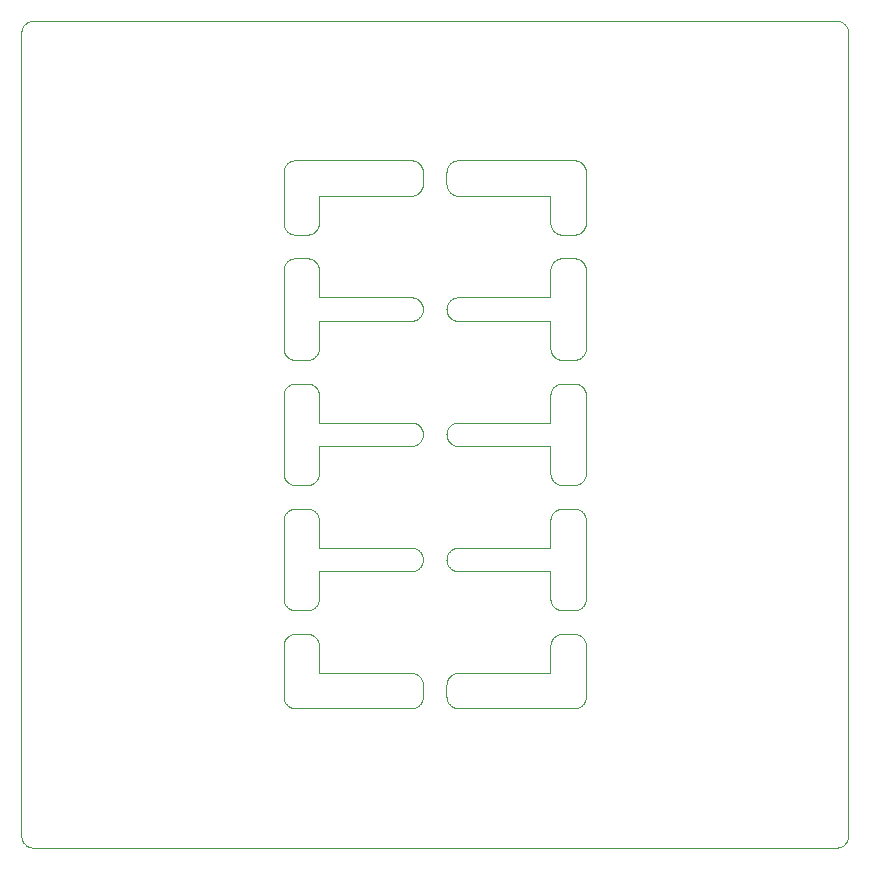
<source format=gm1>
G04 #@! TF.GenerationSoftware,KiCad,Pcbnew,8.0.7*
G04 #@! TF.CreationDate,2025-01-15T21:24:22-05:00*
G04 #@! TF.ProjectId,panel,70616e65-6c2e-46b6-9963-61645f706362,rev?*
G04 #@! TF.SameCoordinates,Original*
G04 #@! TF.FileFunction,Profile,NP*
%FSLAX46Y46*%
G04 Gerber Fmt 4.6, Leading zero omitted, Abs format (unit mm)*
G04 Created by KiCad (PCBNEW 8.0.7) date 2025-01-15 21:24:22*
%MOMM*%
%LPD*%
G01*
G04 APERTURE LIST*
G04 #@! TA.AperFunction,Profile*
%ADD10C,0.100000*%
G04 #@! TD*
G04 APERTURE END LIST*
D10*
X25200000Y-31699012D02*
X25200000Y-33987727D01*
X22862447Y-49841602D02*
X22816699Y-49823955D01*
X47396103Y-58003404D02*
X47356014Y-58031637D01*
X539675Y-112842D02*
X528767Y-118333D01*
X793028Y-69977808D02*
X804944Y-69980484D01*
X36029939Y-12556262D02*
X36043016Y-12509005D01*
X47756983Y-17390994D02*
X47741602Y-17437552D01*
X235231Y-69643486D02*
X284651Y-69698013D01*
X22426762Y-28334758D02*
X22396595Y-28296103D01*
X23004104Y-18080804D02*
X22956262Y-18070060D01*
X33741209Y-25071887D02*
X33707399Y-25107399D01*
X47704085Y-12371872D02*
X47723955Y-12416699D01*
X25082039Y-52428074D02*
X25104085Y-52471872D01*
X33671887Y-12058790D02*
X33707399Y-12092600D01*
X24796103Y-30896595D02*
X24834758Y-30926762D01*
X36142129Y-12285411D02*
X36168362Y-12243985D01*
X36709005Y-25356983D02*
X36662447Y-25341602D01*
X36029939Y-24156262D02*
X36043016Y-24109005D01*
X44800000Y-31699012D02*
X44801203Y-31649981D01*
X47723955Y-38683300D02*
X47704085Y-38728127D01*
X44801203Y-38350018D02*
X44800000Y-38300987D01*
X36004810Y-56101080D02*
X36010812Y-56052416D01*
X45556262Y-51929939D02*
X45604104Y-51919195D01*
X25200000Y-44587752D02*
X25200270Y-44598754D01*
X33337552Y-58141602D02*
X33290994Y-58156983D01*
X22956262Y-49870060D02*
X22909005Y-49856983D01*
X4214Y-69085783D02*
X5112Y-69097963D01*
X33831637Y-12243985D02*
X33857870Y-12285411D01*
X47704085Y-17528127D02*
X47682039Y-17571925D01*
X46898919Y-58195189D02*
X46850018Y-58198796D01*
X69110156Y-69993383D02*
X69182950Y-69982586D01*
X25212247Y-14800000D02*
X25201245Y-14800270D01*
X36365241Y-55426762D02*
X36403896Y-55396595D01*
X22295914Y-20671872D02*
X22317960Y-20628074D01*
X36010812Y-45452416D02*
X36019195Y-45404104D01*
X36403896Y-44796595D02*
X36443985Y-44768362D01*
X69715348Y-69698013D02*
X69764768Y-69643486D01*
X33471925Y-55317960D02*
X33514588Y-55342129D01*
X47228127Y-30795914D02*
X47271925Y-30817960D01*
X33383300Y-11876044D02*
X33428127Y-11895914D01*
X36365241Y-12026762D02*
X36403896Y-11996595D01*
X36076044Y-14183300D02*
X36058397Y-14137552D01*
X25170060Y-31456262D02*
X25180804Y-31504104D01*
X17413Y-817049D02*
X6616Y-889843D01*
X24756014Y-30868362D02*
X24796103Y-30896595D01*
X36662447Y-58141602D02*
X36616699Y-58123955D01*
X47541209Y-52228112D02*
X47573237Y-52265241D01*
X36029939Y-45356262D02*
X36043016Y-45309005D01*
X33941602Y-57537552D02*
X33923955Y-57583300D01*
X24200987Y-18100000D02*
X23199012Y-18100000D01*
X36010812Y-13947583D02*
X36004810Y-13898919D01*
X33803404Y-34403896D02*
X33831637Y-34443985D01*
X47741602Y-20762447D02*
X47756983Y-20809005D01*
X22243016Y-27990994D02*
X22229939Y-27943737D01*
X25156983Y-52609005D02*
X25170060Y-52656262D01*
X25212272Y-34000000D02*
X33000987Y-34000000D01*
X33596103Y-44796595D02*
X33634758Y-44826762D01*
X44800000Y-17100987D02*
X44800000Y-14812272D01*
X22317960Y-49371925D02*
X22295914Y-49328127D01*
X36019195Y-13995895D02*
X36010812Y-13947583D01*
X45165241Y-41526762D02*
X45203896Y-41496595D01*
X36571872Y-44695914D02*
X36616699Y-44676044D01*
X617454Y-69923610D02*
X628848Y-69928005D01*
X47507399Y-39007399D02*
X47471887Y-39041209D01*
X36142129Y-45085411D02*
X36168362Y-45043985D01*
X47541209Y-38971887D02*
X47507399Y-39007399D01*
X47314588Y-28557870D02*
X47271925Y-28582039D01*
X22603896Y-17903404D02*
X22565241Y-17873237D01*
X24395895Y-30719195D02*
X24443737Y-30729939D01*
X45203896Y-49703404D02*
X45165241Y-49673237D01*
X36804104Y-11819195D02*
X36852416Y-11810812D01*
X22200000Y-17100987D02*
X22200000Y-12799012D01*
X25141602Y-31362447D02*
X25156983Y-31409005D01*
X23149981Y-51901203D02*
X23199012Y-51900000D01*
X47137552Y-41358397D02*
X47183300Y-41376044D01*
X45416699Y-20176044D02*
X45462447Y-20158397D01*
X23101080Y-51904810D02*
X23149981Y-51901203D01*
X36485411Y-11942129D02*
X36528074Y-11917960D01*
X44917960Y-49371925D02*
X44895914Y-49328127D01*
X47271925Y-17982039D02*
X47228127Y-18004085D01*
X36001203Y-56149981D02*
X36004810Y-56101080D01*
X47657870Y-17614588D02*
X47631637Y-17656014D01*
X33596103Y-46403404D02*
X33556014Y-46431637D01*
X36043016Y-57490994D02*
X36029939Y-57443737D01*
X69097963Y-5112D02*
X69085783Y-4214D01*
X69780306Y-375444D02*
X69772792Y-365817D01*
X36756262Y-34029939D02*
X36804104Y-34019195D01*
X44968362Y-38856014D02*
X44942129Y-38814588D01*
X47631637Y-17656014D02*
X47603404Y-17696103D01*
X33857870Y-14314588D02*
X33831637Y-14356014D01*
X47756983Y-20809005D02*
X47770060Y-20856262D01*
X22276044Y-38683300D02*
X22258397Y-38637552D01*
X33671887Y-57941209D02*
X33634758Y-57973237D01*
X36443985Y-25231637D02*
X36403896Y-25203404D01*
X22201203Y-57250018D02*
X22200000Y-57200987D01*
X47573237Y-12165241D02*
X47603404Y-12203896D01*
X69993383Y-889843D02*
X69982586Y-817049D01*
X22771872Y-58104085D02*
X22728074Y-58082039D01*
X45328074Y-17982039D02*
X45285411Y-17957870D01*
X36901080Y-46595189D02*
X36852416Y-46589187D01*
X33882039Y-35471925D02*
X33857870Y-35514588D01*
X45092600Y-28407399D02*
X45058790Y-28371887D01*
X36616699Y-35923955D02*
X36571872Y-35904085D01*
X47090994Y-11843016D02*
X47137552Y-11858397D01*
X33383300Y-34076044D02*
X33428127Y-34095914D01*
X45026762Y-17734758D02*
X44996595Y-17696103D01*
X25123955Y-49283300D02*
X25104085Y-49328127D01*
X45243985Y-17931637D02*
X45203896Y-17903404D01*
X22528112Y-28441209D02*
X22492600Y-28407399D01*
X33998796Y-34949981D02*
X34000000Y-34999012D01*
X23149981Y-30701203D02*
X23199012Y-30700000D01*
X44800000Y-38300987D02*
X44800000Y-36012272D01*
X22210812Y-12652416D02*
X22219195Y-12604104D01*
X69110132Y-6612D02*
X69098012Y-5117D01*
X33243737Y-23429939D02*
X33290994Y-23443016D01*
X47631637Y-49456014D02*
X47603404Y-49496103D01*
X47780804Y-38495895D02*
X47770060Y-38543737D01*
X69098012Y-69994882D02*
X69110132Y-69993387D01*
X47682039Y-57671925D02*
X47657870Y-57714588D01*
X24671925Y-20217960D02*
X24714588Y-20242129D01*
X24250018Y-41301203D02*
X24298919Y-41304810D01*
X47314588Y-58057870D02*
X47271925Y-58082039D01*
X44787727Y-14800000D02*
X36999012Y-14800000D01*
X45165241Y-30926762D02*
X45203896Y-30896595D01*
X22565241Y-20326762D02*
X22603896Y-20296595D01*
X33923955Y-14183300D02*
X33904085Y-14228127D01*
X44968362Y-20543985D02*
X44996595Y-20503896D01*
X36528074Y-44717960D02*
X36571872Y-44695914D01*
X36292600Y-55492600D02*
X36328112Y-55458790D01*
X24250018Y-18098796D02*
X24200987Y-18100000D01*
X33995189Y-45501080D02*
X33998796Y-45549981D01*
X45092600Y-49607399D02*
X45058790Y-49571887D01*
X43355Y-69290220D02*
X47186Y-69301816D01*
X33290994Y-58156983D02*
X33243737Y-58170060D01*
X47507399Y-30992600D02*
X47541209Y-31028112D01*
X22191Y-793028D02*
X19515Y-804944D01*
X33923955Y-34616699D02*
X33941602Y-34662447D01*
X45462447Y-30758397D02*
X45509005Y-30743016D01*
X24671925Y-30817960D02*
X24714588Y-30842129D01*
X36403896Y-14603404D02*
X36365241Y-14573237D01*
X22201203Y-27750018D02*
X22200000Y-27700987D01*
X36168362Y-23843985D02*
X36196595Y-23803896D01*
X22426762Y-57834758D02*
X22396595Y-57796103D01*
X22565241Y-57973237D02*
X22528112Y-57941209D01*
X45509005Y-41343016D02*
X45556262Y-41329939D01*
X47800000Y-48900987D02*
X47798796Y-48950018D01*
X33923955Y-57583300D02*
X33904085Y-57628127D01*
X6612Y-889867D02*
X5117Y-901987D01*
X45462447Y-51958397D02*
X45509005Y-51943016D01*
X46947583Y-51910812D02*
X46995895Y-51919195D01*
X33857870Y-23885411D02*
X33882039Y-23928074D01*
X47137552Y-30758397D02*
X47183300Y-30776044D01*
X118333Y-528767D02*
X112842Y-539675D01*
X22204810Y-57298919D02*
X22201203Y-57250018D01*
X45652416Y-20110812D02*
X45701080Y-20104810D01*
X33773237Y-46234758D02*
X33741209Y-46271887D01*
X23199012Y-41300000D02*
X24200987Y-41300000D01*
X44942129Y-52385411D02*
X44968362Y-52343985D01*
X47789187Y-31552416D02*
X47795189Y-31601080D01*
X69959922Y-69278380D02*
X69977803Y-69206994D01*
X19515Y-69195055D02*
X22191Y-69206971D01*
X47770060Y-52656262D02*
X47780804Y-52704104D01*
X36528074Y-35882039D02*
X36485411Y-35857870D01*
X34000000Y-34999012D02*
X34000000Y-35000987D01*
X25212272Y-44600000D02*
X33000987Y-44600000D01*
X36443985Y-44768362D02*
X36485411Y-44742129D01*
X36403896Y-58003404D02*
X36365241Y-57973237D01*
X33428127Y-25304085D02*
X33383300Y-25323955D01*
X36999012Y-14800000D02*
X36949981Y-14798796D01*
X47356014Y-39131637D02*
X47314588Y-39157870D01*
X1012272Y-70000000D02*
X68987727Y-70000000D01*
X36058397Y-14137552D02*
X36043016Y-14090994D01*
X25031637Y-20543985D02*
X25057870Y-20585411D01*
X22816699Y-41376044D02*
X22862447Y-41358397D01*
X33904085Y-24828127D02*
X33882039Y-24871925D01*
X33904085Y-34571872D02*
X33923955Y-34616699D01*
X24907399Y-41592600D02*
X24941209Y-41628112D01*
X47682039Y-12328074D02*
X47704085Y-12371872D01*
X24796103Y-28503404D02*
X24756014Y-28531637D01*
X36616699Y-55276044D02*
X36662447Y-55258397D01*
X44996595Y-28296103D02*
X44968362Y-28256014D01*
X22643985Y-20268362D02*
X22685411Y-20242129D01*
X375464Y-69780321D02*
X434572Y-69824158D01*
X47756983Y-57490994D02*
X47741602Y-57537552D01*
X47090994Y-18056983D02*
X47043737Y-18070060D01*
X24834758Y-39073237D02*
X24796103Y-39103404D01*
X24871887Y-41558790D02*
X24907399Y-41592600D01*
X47043737Y-28670060D02*
X46995895Y-28680804D01*
X45092600Y-52192600D02*
X45128112Y-52158790D01*
X23004104Y-49880804D02*
X22956262Y-49870060D01*
X33514588Y-23542129D02*
X33556014Y-23568362D01*
X47356014Y-20268362D02*
X47396103Y-20296595D01*
X45701080Y-30704810D02*
X45749981Y-30701203D01*
X44787752Y-23399999D02*
X44798754Y-23399729D01*
X24537552Y-20158397D02*
X24583300Y-20176044D01*
X33428127Y-35904085D02*
X33383300Y-35923955D01*
X33337552Y-44658397D02*
X33383300Y-44676044D01*
X23101080Y-30704810D02*
X23149981Y-30701203D01*
X47704085Y-28128127D02*
X47682039Y-28171925D01*
X24907399Y-17807399D02*
X24871887Y-17841209D01*
X47183300Y-18023955D02*
X47137552Y-18041602D01*
X36000000Y-45599012D02*
X36001203Y-45549981D01*
X23199012Y-18100000D02*
X23149981Y-18098796D01*
X69831205Y-444576D02*
X69824173Y-434592D01*
X47798796Y-21049981D02*
X47800000Y-21099012D01*
X24714588Y-17957870D02*
X24671925Y-17982039D01*
X33147583Y-55210812D02*
X33195895Y-55219195D01*
X25104085Y-17528127D02*
X25082039Y-17571925D01*
X22295914Y-12371872D02*
X22317960Y-12328074D01*
X33556014Y-55368362D02*
X33596103Y-55396595D01*
X36019195Y-24595895D02*
X36010812Y-24547583D01*
X36196595Y-24996103D02*
X36168362Y-24956014D01*
X33773237Y-44965241D02*
X33803404Y-45003896D01*
X36117960Y-55728074D02*
X36142129Y-55685411D01*
X45128112Y-20358790D02*
X45165241Y-20326762D01*
X25180804Y-17295895D02*
X25170060Y-17343737D01*
X36058397Y-34662447D02*
X36076044Y-34616699D01*
X69545064Y-69837766D02*
X69555382Y-69831232D01*
X46995895Y-51919195D02*
X47043737Y-51929939D01*
X25003404Y-38896103D02*
X24973237Y-38934758D01*
X45203896Y-30896595D02*
X45243985Y-30868362D01*
X25189187Y-49047583D02*
X25180804Y-49095895D01*
X36117960Y-46071925D02*
X36095914Y-46028127D01*
X36571872Y-14704085D02*
X36528074Y-14682039D01*
X36365241Y-25173237D02*
X36328112Y-25141209D01*
X602Y-69012257D02*
X4213Y-69085759D01*
X22200000Y-12799012D02*
X22201203Y-12749981D01*
X22458790Y-49571887D02*
X22426762Y-49534758D01*
X33243737Y-35970060D02*
X33195895Y-35980804D01*
X47780804Y-20904104D02*
X47789187Y-20952416D01*
X22458790Y-52228112D02*
X22492600Y-52192600D01*
X25156983Y-17390994D02*
X25141602Y-17437552D01*
X47228127Y-28604085D02*
X47183300Y-28623955D01*
X44801203Y-48950018D02*
X44800000Y-48900987D01*
X24395895Y-28680804D02*
X24347583Y-28689187D01*
X45058790Y-20428112D02*
X45092600Y-20392600D01*
X46850018Y-30701203D02*
X46898919Y-30704810D01*
X33970060Y-45356262D02*
X33980804Y-45404104D01*
X33741209Y-57871887D02*
X33707399Y-57907399D01*
X24973237Y-28334758D02*
X24941209Y-28371887D01*
X33995189Y-24301080D02*
X33998796Y-24349981D01*
X47603404Y-20503896D02*
X47631637Y-20543985D01*
X33857870Y-46114588D02*
X33831637Y-46156014D01*
X47507399Y-57907399D02*
X47471887Y-57941209D01*
X25156983Y-27990994D02*
X25141602Y-28037552D01*
X47507399Y-20392600D02*
X47541209Y-20428112D01*
X45799012Y-41300000D02*
X46800987Y-41300000D01*
X22396595Y-57796103D02*
X22368362Y-57756014D01*
X44787727Y-25400000D02*
X36999012Y-25400000D01*
X24583300Y-49823955D02*
X24537552Y-49841602D01*
X33989187Y-57347583D02*
X33980804Y-57395895D01*
X25198796Y-21049981D02*
X25200000Y-21099012D01*
X33998796Y-24450018D02*
X33995189Y-24498919D01*
X47704085Y-31271872D02*
X47723955Y-31316699D01*
X25212247Y-46600000D02*
X25201245Y-46600270D01*
X22243016Y-17390994D02*
X22229939Y-17343737D01*
X22295914Y-31271872D02*
X22317960Y-31228074D01*
X47795189Y-42201080D02*
X47798796Y-42249981D01*
X47396103Y-41496595D02*
X47434758Y-41526762D01*
X33803404Y-14396103D02*
X33773237Y-14434758D01*
X44829939Y-42056262D02*
X44843016Y-42009005D01*
X45243985Y-28531637D02*
X45203896Y-28503404D01*
X44800000Y-42299012D02*
X44801203Y-42249981D01*
X33970060Y-14043737D02*
X33956983Y-14090994D01*
X356531Y-69764785D02*
X365779Y-69772761D01*
X46800987Y-28700000D02*
X45799012Y-28700000D01*
X22210812Y-38447583D02*
X22204810Y-38398919D01*
X47314588Y-17957870D02*
X47271925Y-17982039D01*
X47770060Y-20856262D02*
X47780804Y-20904104D01*
X36029939Y-14043737D02*
X36019195Y-13995895D01*
X45092600Y-39007399D02*
X45058790Y-38971887D01*
X69371151Y-69928005D02*
X69382545Y-69923610D01*
X36001203Y-34949981D02*
X36004810Y-34901080D01*
X44858397Y-31362447D02*
X44876044Y-31316699D01*
X22458790Y-12128112D02*
X22492600Y-12092600D01*
X47573237Y-17734758D02*
X47541209Y-17771887D01*
X33941602Y-45262447D02*
X33956983Y-45309005D01*
X47800000Y-52899012D02*
X47800000Y-57200987D01*
X22528112Y-57941209D02*
X22492600Y-57907399D01*
X23052416Y-20110812D02*
X23101080Y-20104810D01*
X33383300Y-23476044D02*
X33428127Y-23495914D01*
X33098919Y-11804810D02*
X33147583Y-11810812D01*
X45243985Y-52068362D02*
X45285411Y-52042129D01*
X33923955Y-12416699D02*
X33941602Y-12462447D01*
X36756262Y-11829939D02*
X36804104Y-11819195D01*
X47682039Y-49371925D02*
X47657870Y-49414588D01*
X44843016Y-38590994D02*
X44829939Y-38543737D01*
X45128112Y-30958790D02*
X45165241Y-30926762D01*
X34000000Y-12799012D02*
X34000000Y-13800987D01*
X44858397Y-52562447D02*
X44876044Y-52516699D01*
X33831637Y-14356014D02*
X33803404Y-14396103D01*
X69995786Y-69085759D02*
X69999397Y-69012257D01*
X33980804Y-13995895D02*
X33970060Y-14043737D01*
X47573237Y-38934758D02*
X47541209Y-38971887D01*
X709779Y-43355D02*
X698183Y-47186D01*
X24298919Y-49895189D02*
X24250018Y-49898796D01*
X69715331Y-301968D02*
X69706910Y-293123D01*
X44804810Y-42201080D02*
X44810812Y-42152416D01*
X22565241Y-41526762D02*
X22603896Y-41496595D01*
X22728074Y-49782039D02*
X22685411Y-49757870D01*
X36058397Y-45262447D02*
X36076044Y-45216699D01*
X45026762Y-41665241D02*
X45058790Y-41628112D01*
X375444Y-219693D02*
X365817Y-227207D01*
X33956983Y-34709005D02*
X33970060Y-34756262D01*
X69999397Y-987742D02*
X69995786Y-914240D01*
X47434758Y-41526762D02*
X47471887Y-41558790D01*
X25180804Y-49095895D02*
X25170060Y-49143737D01*
X36292600Y-12092600D02*
X36328112Y-12058790D01*
X23199012Y-49900000D02*
X23149981Y-49898796D01*
X36616699Y-11876044D02*
X36662447Y-11858397D01*
X44917960Y-17571925D02*
X44895914Y-17528127D01*
X47800000Y-17100987D02*
X47798796Y-17150018D01*
X33471925Y-25282039D02*
X33428127Y-25304085D01*
X47271925Y-58082039D02*
X47228127Y-58104085D01*
X25156983Y-31409005D02*
X25170060Y-31456262D01*
X36076044Y-35383300D02*
X36058397Y-35337552D01*
X24347583Y-20110812D02*
X24395895Y-20119195D01*
X47723955Y-57583300D02*
X47704085Y-57628127D01*
X25189187Y-42152416D02*
X25195189Y-42201080D01*
X36010812Y-56052416D02*
X36019195Y-56004104D01*
X47603404Y-57796103D02*
X47573237Y-57834758D01*
X24871887Y-52158790D02*
X24907399Y-52192600D01*
X22396595Y-28296103D02*
X22368362Y-28256014D01*
X33243737Y-11829939D02*
X33290994Y-11843016D01*
X22771872Y-41395914D02*
X22816699Y-41376044D01*
X22219195Y-17295895D02*
X22210812Y-17247583D01*
X36196595Y-23803896D02*
X36226762Y-23765241D01*
X33596103Y-23596595D02*
X33634758Y-23626762D01*
X33671887Y-25141209D02*
X33634758Y-25173237D01*
X24200987Y-20100000D02*
X24250018Y-20101203D01*
X46898919Y-28695189D02*
X46850018Y-28698796D01*
X33741209Y-35671887D02*
X33707399Y-35707399D01*
X45556262Y-39270060D02*
X45509005Y-39256983D01*
X47541209Y-49571887D02*
X47507399Y-49607399D01*
X45058790Y-38971887D02*
X45026762Y-38934758D01*
X25195189Y-38398919D02*
X25189187Y-38447583D01*
X47756983Y-38590994D02*
X47741602Y-38637552D01*
X44968362Y-41743985D02*
X44996595Y-41703896D01*
X69928005Y-628848D02*
X69923610Y-617454D01*
X0Y-68987752D02*
X601Y-69012233D01*
X76408Y-69382590D02*
X81357Y-69393755D01*
X25200000Y-38300987D02*
X25198796Y-38350018D01*
X22565241Y-30926762D02*
X22603896Y-30896595D01*
X33000987Y-44600000D02*
X33050018Y-44601203D01*
X22956262Y-39270060D02*
X22909005Y-39256983D01*
X36076044Y-34616699D02*
X36095914Y-34571872D01*
X33980804Y-56004104D02*
X33989187Y-56052416D01*
X22210812Y-49047583D02*
X22204810Y-48998919D01*
X25003404Y-17696103D02*
X24973237Y-17734758D01*
X33556014Y-25231637D02*
X33514588Y-25257870D01*
X33195895Y-25380804D02*
X33147583Y-25389187D01*
X36043016Y-45309005D02*
X36058397Y-45262447D01*
X47541209Y-20428112D02*
X47573237Y-20465241D01*
X44996595Y-31103896D02*
X45026762Y-31065241D01*
X24537552Y-30758397D02*
X24583300Y-30776044D01*
X33803404Y-23803896D02*
X33831637Y-23843985D01*
X22210812Y-27847583D02*
X22204810Y-27798919D01*
X22565241Y-52126762D02*
X22603896Y-52096595D01*
X33050018Y-23401203D02*
X33098919Y-23404810D01*
X36001203Y-12749981D02*
X36004810Y-12701080D01*
X45285411Y-41442129D02*
X45328074Y-41417960D01*
X22342129Y-12285411D02*
X22368362Y-12243985D01*
X44917960Y-31228074D02*
X44942129Y-31185411D01*
X45285411Y-49757870D02*
X45243985Y-49731637D01*
X25201245Y-55199729D02*
X25212247Y-55199999D01*
X36058397Y-57537552D02*
X36043016Y-57490994D01*
X44843016Y-20809005D02*
X44858397Y-20762447D01*
X22816699Y-51976044D02*
X22862447Y-51958397D01*
X45328074Y-49782039D02*
X45285411Y-49757870D01*
X36043016Y-34709005D02*
X36058397Y-34662447D01*
X24250018Y-28698796D02*
X24200987Y-28700000D01*
X34000000Y-24399012D02*
X34000000Y-24400987D01*
X22862447Y-41358397D02*
X22909005Y-41343016D01*
X33741209Y-44928112D02*
X33773237Y-44965241D01*
X47541209Y-28371887D02*
X47507399Y-28407399D01*
X36168362Y-14356014D02*
X36142129Y-14314588D01*
X45328074Y-52017960D02*
X45371872Y-51995914D01*
X22492600Y-57907399D02*
X22458790Y-57871887D01*
X24796103Y-41496595D02*
X24834758Y-41526762D01*
X22816699Y-30776044D02*
X22862447Y-30758397D01*
X33904085Y-14228127D02*
X33882039Y-14271925D01*
X22342129Y-52385411D02*
X22368362Y-52343985D01*
X33882039Y-55728074D02*
X33904085Y-55771872D01*
X33337552Y-46541602D02*
X33290994Y-46556983D01*
X44942129Y-31185411D02*
X44968362Y-31143985D01*
X36043016Y-12509005D02*
X36058397Y-12462447D01*
X33980804Y-24204104D02*
X33989187Y-24252416D01*
X22565241Y-39073237D02*
X22528112Y-39041209D01*
X69634182Y-227207D02*
X69624555Y-219693D01*
X45556262Y-30729939D02*
X45604104Y-30719195D01*
X24628127Y-49804085D02*
X24583300Y-49823955D01*
X22458790Y-20428112D02*
X22492600Y-20392600D01*
X47314588Y-30842129D02*
X47356014Y-30868362D01*
X69881666Y-69471232D02*
X69887157Y-69460324D01*
X22243016Y-42009005D02*
X22258397Y-41962447D01*
X23052416Y-30710812D02*
X23101080Y-30704810D01*
X33941602Y-14137552D02*
X33923955Y-14183300D01*
X47631637Y-20543985D02*
X47657870Y-20585411D01*
X33471925Y-46482039D02*
X33428127Y-46504085D01*
X69824173Y-69565407D02*
X69831205Y-69555423D01*
X45462447Y-39241602D02*
X45416699Y-39223955D01*
X24490994Y-49856983D02*
X24443737Y-49870060D01*
X45026762Y-31065241D02*
X45058790Y-31028112D01*
X25031637Y-52343985D02*
X25057870Y-52385411D01*
X22816699Y-49823955D02*
X22771872Y-49804085D01*
X44804810Y-52801080D02*
X44810812Y-52752416D01*
X36403896Y-11996595D02*
X36443985Y-11968362D01*
X24628127Y-28604085D02*
X24583300Y-28623955D01*
X33970060Y-35243737D02*
X33956983Y-35290994D01*
X36852416Y-34010812D02*
X36901080Y-34004810D01*
X33000987Y-34000000D02*
X33050018Y-34001203D01*
X25082039Y-41828074D02*
X25104085Y-41871872D01*
X45652416Y-28689187D02*
X45604104Y-28680804D01*
X22728074Y-30817960D02*
X22771872Y-30795914D01*
X36443985Y-46431637D02*
X36403896Y-46403404D01*
X601Y-987766D02*
X0Y-1012247D01*
X33803404Y-35596103D02*
X33773237Y-35634758D01*
X356513Y-235231D02*
X301986Y-284651D01*
X23101080Y-39295189D02*
X23052416Y-39289187D01*
X45128112Y-39041209D02*
X45092600Y-39007399D01*
X24200987Y-51900000D02*
X24250018Y-51901203D01*
X36196595Y-12203896D02*
X36226762Y-12165241D01*
X36804104Y-14780804D02*
X36756262Y-14770060D01*
X47434758Y-57973237D02*
X47396103Y-58003404D01*
X47798796Y-27750018D02*
X47795189Y-27798919D01*
X45416699Y-39223955D02*
X45371872Y-39204085D01*
X69952813Y-69301816D02*
X69956644Y-69290220D01*
X33989187Y-35147583D02*
X33980804Y-35195895D01*
X24583300Y-39223955D02*
X24537552Y-39241602D01*
X22643985Y-17931637D02*
X22603896Y-17903404D01*
X444576Y-168794D02*
X434592Y-175826D01*
X22956262Y-30729939D02*
X23004104Y-30719195D01*
X22229939Y-49143737D02*
X22219195Y-49095895D01*
X36004810Y-24301080D02*
X36010812Y-24252416D01*
X22426762Y-12165241D02*
X22458790Y-12128112D01*
X47183300Y-49823955D02*
X47137552Y-49841602D01*
X25123955Y-31316699D02*
X25141602Y-31362447D01*
X33428127Y-34095914D02*
X33471925Y-34117960D01*
X22368362Y-52343985D02*
X22396595Y-52303896D01*
X22342129Y-41785411D02*
X22368362Y-41743985D01*
X36196595Y-35596103D02*
X36168362Y-35556014D01*
X47682039Y-17571925D02*
X47657870Y-17614588D01*
X22603896Y-52096595D02*
X22643985Y-52068362D01*
X44800000Y-21099012D02*
X44801203Y-21049981D01*
X25195189Y-31601080D02*
X25198796Y-31649981D01*
X36010812Y-24547583D02*
X36004810Y-24498919D01*
X69393755Y-81357D02*
X69382590Y-76408D01*
X36571872Y-11895914D02*
X36616699Y-11876044D01*
X36999012Y-58200000D02*
X36949981Y-58198796D01*
X24671925Y-39182039D02*
X24628127Y-39204085D01*
X36662447Y-34058397D02*
X36709005Y-34043016D01*
X45652416Y-41310812D02*
X45701080Y-41304810D01*
X24628127Y-20195914D02*
X24671925Y-20217960D01*
X33857870Y-45085411D02*
X33882039Y-45128074D01*
X24395895Y-20119195D02*
X24443737Y-20129939D01*
X25200270Y-14801245D02*
X25200000Y-14812247D01*
X46947583Y-49889187D02*
X46898919Y-49895189D01*
X36226762Y-35634758D02*
X36196595Y-35596103D01*
X45371872Y-39204085D02*
X45328074Y-39182039D01*
X45371872Y-30795914D02*
X45416699Y-30776044D01*
X47780804Y-12604104D02*
X47789187Y-12652416D01*
X47741602Y-38637552D02*
X47723955Y-38683300D01*
X22816699Y-11876044D02*
X22862447Y-11858397D01*
X36949981Y-55201203D02*
X36999012Y-55200000D01*
X36019195Y-56004104D02*
X36029939Y-55956262D01*
X33556014Y-58031637D02*
X33514588Y-58057870D01*
X168794Y-69555423D02*
X175826Y-69565407D01*
X36058397Y-55862447D02*
X36076044Y-55816699D01*
X36076044Y-45983300D02*
X36058397Y-45937552D01*
X24941209Y-20428112D02*
X24973237Y-20465241D01*
X36004810Y-24498919D02*
X36001203Y-24450018D01*
X22728074Y-41417960D02*
X22771872Y-41395914D01*
X24628127Y-18004085D02*
X24583300Y-18023955D01*
X36076044Y-57583300D02*
X36058397Y-57537552D01*
X36010812Y-35147583D02*
X36004810Y-35098919D01*
X47471887Y-28441209D02*
X47434758Y-28473237D01*
X24347583Y-41310812D02*
X24395895Y-41319195D01*
X25200000Y-55187752D02*
X25200270Y-55198754D01*
X44996595Y-38896103D02*
X44968362Y-38856014D01*
X33995189Y-24498919D02*
X33989187Y-24547583D01*
X46995895Y-58180804D02*
X46947583Y-58189187D01*
X44810812Y-27847583D02*
X44804810Y-27798919D01*
X36328112Y-12058790D02*
X36365241Y-12026762D01*
X44787752Y-44599999D02*
X44798754Y-44599729D01*
X69999999Y-1012247D02*
X69999398Y-987766D01*
X45416699Y-18023955D02*
X45371872Y-18004085D01*
X45799012Y-30700000D02*
X46800987Y-30700000D01*
X47471887Y-52158790D02*
X47507399Y-52192600D01*
X44968362Y-52343985D02*
X44996595Y-52303896D01*
X25057870Y-52385411D02*
X25082039Y-52428074D01*
X24714588Y-30842129D02*
X24756014Y-30868362D01*
X36662447Y-11858397D02*
X36709005Y-11843016D01*
X36949981Y-23401203D02*
X36999012Y-23400000D01*
X47800000Y-27700987D02*
X47798796Y-27750018D01*
X45749981Y-39298796D02*
X45701080Y-39295189D01*
X69977803Y-793005D02*
X69959922Y-721619D01*
X33428127Y-55295914D02*
X33471925Y-55317960D01*
X44895914Y-38728127D02*
X44876044Y-38683300D01*
X47471887Y-49641209D02*
X47434758Y-49673237D01*
X22909005Y-28656983D02*
X22862447Y-28641602D01*
X22643985Y-39131637D02*
X22603896Y-39103404D01*
X24973237Y-17734758D02*
X24941209Y-17771887D01*
X47800000Y-31699012D02*
X47800000Y-38300987D01*
X22458790Y-41628112D02*
X22492600Y-41592600D01*
X22956262Y-20129939D02*
X23004104Y-20119195D01*
X22204810Y-21001080D02*
X22210812Y-20952416D01*
X33337552Y-35941602D02*
X33290994Y-35956983D01*
X45416699Y-51976044D02*
X45462447Y-51958397D01*
X22229939Y-12556262D02*
X22243016Y-12509005D01*
X24250018Y-39298796D02*
X24200987Y-39300000D01*
X33337552Y-23458397D02*
X33383300Y-23476044D01*
X36076044Y-24016699D02*
X36095914Y-23971872D01*
X44895914Y-52471872D02*
X44917960Y-52428074D01*
X22956262Y-11829939D02*
X23004104Y-11819195D01*
X33831637Y-35556014D02*
X33803404Y-35596103D01*
X36571872Y-58104085D02*
X36528074Y-58082039D01*
X817025Y-17417D02*
X804992Y-19505D01*
X44917960Y-20628074D02*
X44942129Y-20585411D01*
X25057870Y-41785411D02*
X25082039Y-41828074D01*
X69982586Y-69182950D02*
X69993383Y-69110156D01*
X36804104Y-55219195D02*
X36852416Y-55210812D01*
X301986Y-69715348D02*
X356513Y-69764768D01*
X46898919Y-11804810D02*
X46947583Y-11810812D01*
X36616699Y-34076044D02*
X36662447Y-34058397D01*
X36004810Y-57298919D02*
X36001203Y-57250018D01*
X301968Y-284668D02*
X293123Y-293089D01*
X36949981Y-44601203D02*
X36999012Y-44600000D01*
X22295914Y-28128127D02*
X22276044Y-28083300D01*
X36443985Y-34168362D02*
X36485411Y-34142129D01*
X793005Y-22196D02*
X721619Y-40077D01*
X44819195Y-42104104D02*
X44829939Y-42056262D01*
X69460324Y-69887157D02*
X69471232Y-69881666D01*
X36485411Y-23542129D02*
X36528074Y-23517960D01*
X45604104Y-39280804D02*
X45556262Y-39270060D01*
X22243016Y-38590994D02*
X22229939Y-38543737D01*
X45604104Y-49880804D02*
X45556262Y-49870060D01*
X33290994Y-55243016D02*
X33337552Y-55258397D01*
X454935Y-162233D02*
X444617Y-168767D01*
X24583300Y-30776044D02*
X24628127Y-30795914D01*
X45243985Y-49731637D02*
X45203896Y-49703404D01*
X36999012Y-23400000D02*
X44787727Y-23400000D01*
X44798754Y-14800270D02*
X44787752Y-14800000D01*
X45243985Y-39131637D02*
X45203896Y-39103404D01*
X24583300Y-18023955D02*
X24537552Y-18041602D01*
X25057870Y-38814588D02*
X25031637Y-38856014D01*
X47314588Y-11942129D02*
X47356014Y-11968362D01*
X36571872Y-35904085D02*
X36528074Y-35882039D01*
X33671887Y-55458790D02*
X33707399Y-55492600D01*
X33050018Y-35998796D02*
X33000987Y-36000000D01*
X33998796Y-35050018D02*
X33995189Y-35098919D01*
X24796103Y-20296595D02*
X24834758Y-20326762D01*
X25104085Y-38728127D02*
X25082039Y-38771925D01*
X33995189Y-45698919D02*
X33989187Y-45747583D01*
X44819195Y-49095895D02*
X44810812Y-49047583D01*
X69706876Y-293089D02*
X69698031Y-284668D01*
X33831637Y-24956014D02*
X33803404Y-24996103D01*
X45285411Y-39157870D02*
X45243985Y-39131637D01*
X36076044Y-45216699D02*
X36095914Y-45171872D01*
X22771872Y-20195914D02*
X22816699Y-20176044D01*
X22728074Y-28582039D02*
X22685411Y-28557870D01*
X46995895Y-11819195D02*
X47043737Y-11829939D01*
X69956644Y-709779D02*
X69952813Y-698183D01*
X44787752Y-33999999D02*
X44798754Y-33999729D01*
X22204810Y-17198919D02*
X22201203Y-17150018D01*
X22909005Y-11843016D02*
X22956262Y-11829939D01*
X22276044Y-52516699D02*
X22295914Y-52471872D01*
X69182974Y-69982582D02*
X69195007Y-69980494D01*
X47090994Y-49856983D02*
X47043737Y-49870060D01*
X804992Y-69980494D02*
X817025Y-69982582D01*
X22816699Y-18023955D02*
X22771872Y-18004085D01*
X33970060Y-45843737D02*
X33956983Y-45890994D01*
X33596103Y-55396595D02*
X33634758Y-55426762D01*
X36403896Y-23596595D02*
X36443985Y-23568362D01*
X23199012Y-39300000D02*
X23149981Y-39298796D01*
X22643985Y-11968362D02*
X22685411Y-11942129D01*
X24756014Y-20268362D02*
X24796103Y-20296595D01*
X47682039Y-38771925D02*
X47657870Y-38814588D01*
X69887157Y-539675D02*
X69881666Y-528767D01*
X25082039Y-38771925D02*
X25057870Y-38814588D01*
X45652416Y-39289187D02*
X45604104Y-39280804D01*
X46947583Y-11810812D02*
X46995895Y-11819195D01*
X33471925Y-35882039D02*
X33428127Y-35904085D01*
X47271925Y-30817960D02*
X47314588Y-30842129D01*
X36528074Y-34117960D02*
X36571872Y-34095914D01*
X47798796Y-52849981D02*
X47800000Y-52899012D01*
X47043737Y-11829939D02*
X47090994Y-11843016D01*
X33147583Y-35989187D02*
X33098919Y-35995189D01*
X33514588Y-35857870D02*
X33471925Y-35882039D01*
X22492600Y-30992600D02*
X22528112Y-30958790D01*
X69772761Y-365779D02*
X69764785Y-356531D01*
X33147583Y-14789187D02*
X33098919Y-14795189D01*
X23052416Y-49889187D02*
X23004104Y-49880804D01*
X22229939Y-20856262D02*
X22243016Y-20809005D01*
X25123955Y-52516699D02*
X25141602Y-52562447D01*
X36328112Y-55458790D02*
X36365241Y-55426762D01*
X45165241Y-52126762D02*
X45203896Y-52096595D01*
X175841Y-69565427D02*
X219678Y-69624535D01*
X33923955Y-24016699D02*
X33941602Y-24062447D01*
X47682039Y-28171925D02*
X47657870Y-28214588D01*
X44799999Y-46612247D02*
X44799729Y-46601245D01*
X47541209Y-57871887D02*
X47507399Y-57907399D01*
X47356014Y-28531637D02*
X47314588Y-28557870D01*
X22396595Y-31103896D02*
X22426762Y-31065241D01*
X33956983Y-55909005D02*
X33970060Y-55956262D01*
X44829939Y-20856262D02*
X44843016Y-20809005D01*
X47756983Y-27990994D02*
X47741602Y-28037552D01*
X24941209Y-28371887D02*
X24907399Y-28407399D01*
X47043737Y-51929939D02*
X47090994Y-51943016D01*
X23101080Y-11804810D02*
X23149981Y-11801203D01*
X33556014Y-35831637D02*
X33514588Y-35857870D01*
X45749981Y-28698796D02*
X45701080Y-28695189D01*
X47314588Y-20242129D02*
X47356014Y-20268362D01*
X47471887Y-57941209D02*
X47434758Y-57973237D01*
X47631637Y-52343985D02*
X47657870Y-52385411D01*
X22368362Y-57756014D02*
X22342129Y-57714588D01*
X46947583Y-41310812D02*
X46995895Y-41319195D01*
X24671925Y-49782039D02*
X24628127Y-49804085D01*
X47770060Y-12556262D02*
X47780804Y-12604104D01*
X36142129Y-24914588D02*
X36117960Y-24871925D01*
X33514588Y-44742129D02*
X33556014Y-44768362D01*
X25212272Y-55200000D02*
X33000987Y-55200000D01*
X24941209Y-49571887D02*
X24907399Y-49607399D01*
X22816699Y-39223955D02*
X22771872Y-39204085D01*
X36117960Y-35471925D02*
X36095914Y-35428127D01*
X36019195Y-45404104D02*
X36029939Y-45356262D01*
X33290994Y-11843016D02*
X33337552Y-11858397D01*
X25200000Y-27700987D02*
X25198796Y-27750018D01*
X22492600Y-12092600D02*
X22528112Y-12058790D01*
X44895914Y-28128127D02*
X44876044Y-28083300D01*
X22728074Y-17982039D02*
X22685411Y-17957870D01*
X22243016Y-57490994D02*
X22229939Y-57443737D01*
X69085783Y-69995785D02*
X69097963Y-69994887D01*
X24395895Y-51919195D02*
X24443737Y-51929939D01*
X22219195Y-52704104D02*
X22229939Y-52656262D01*
X25031637Y-28256014D02*
X25003404Y-28296103D01*
X33970060Y-24156262D02*
X33980804Y-24204104D01*
X22458790Y-57871887D02*
X22426762Y-57834758D01*
X36076044Y-24783300D02*
X36058397Y-24737552D01*
X47603404Y-41703896D02*
X47631637Y-41743985D01*
X36029939Y-35243737D02*
X36019195Y-35195895D01*
X219693Y-69624555D02*
X227207Y-69634182D01*
X45092600Y-30992600D02*
X45128112Y-30958790D01*
X33989187Y-24547583D02*
X33980804Y-24595895D01*
X36756262Y-46570060D02*
X36709005Y-46556983D01*
X22276044Y-57583300D02*
X22258397Y-57537552D01*
X22458790Y-38971887D02*
X22426762Y-38934758D01*
X36756262Y-23429939D02*
X36804104Y-23419195D01*
X24200987Y-41300000D02*
X24250018Y-41301203D01*
X36852416Y-46589187D02*
X36804104Y-46580804D01*
X36485411Y-34142129D02*
X36528074Y-34117960D01*
X22201203Y-12749981D02*
X22204810Y-12701080D01*
X914240Y-69995786D02*
X987742Y-69999397D01*
X44942129Y-49414588D02*
X44917960Y-49371925D01*
X36365241Y-46373237D02*
X36328112Y-46341209D01*
X45462447Y-20158397D02*
X45509005Y-20143016D01*
X69993387Y-69110132D02*
X69994882Y-69098012D01*
X23052416Y-41310812D02*
X23101080Y-41304810D01*
X22396595Y-38896103D02*
X22368362Y-38856014D01*
X25141602Y-28037552D02*
X25123955Y-28083300D01*
X33904085Y-46028127D02*
X33882039Y-46071925D01*
X22243016Y-52609005D02*
X22258397Y-52562447D01*
X69764785Y-69643468D02*
X69772761Y-69634220D01*
X47603404Y-12203896D02*
X47631637Y-12243985D01*
X33989187Y-34852416D02*
X33995189Y-34901080D01*
X22426762Y-52265241D02*
X22458790Y-52228112D01*
X47682039Y-41828074D02*
X47704085Y-41871872D01*
X36226762Y-23765241D02*
X36258790Y-23728112D01*
X45799012Y-49900000D02*
X45749981Y-49898796D01*
X36226762Y-34365241D02*
X36258790Y-34328112D01*
X33428127Y-44695914D02*
X33471925Y-44717960D01*
X46898919Y-49895189D02*
X46850018Y-49898796D01*
X22229939Y-38543737D02*
X22219195Y-38495895D01*
X25200000Y-25412272D02*
X25200000Y-27700987D01*
X23004104Y-41319195D02*
X23052416Y-41310812D01*
X47795189Y-27798919D02*
X47789187Y-27847583D01*
X22342129Y-20585411D02*
X22368362Y-20543985D01*
X25198796Y-52849981D02*
X25200000Y-52899012D01*
X22201203Y-21049981D02*
X22204810Y-21001080D01*
X25082039Y-28171925D02*
X25057870Y-28214588D01*
X45799012Y-20100000D02*
X46800987Y-20100000D01*
X45203896Y-20296595D02*
X45243985Y-20268362D01*
X69698031Y-69715331D02*
X69706876Y-69706910D01*
X33980804Y-45795895D02*
X33970060Y-45843737D01*
X24871887Y-49641209D02*
X24834758Y-49673237D01*
X33000987Y-11800000D02*
X33050018Y-11801203D01*
X47271925Y-49782039D02*
X47228127Y-49804085D01*
X25141602Y-49237552D02*
X25123955Y-49283300D01*
X33195895Y-14780804D02*
X33147583Y-14789187D01*
X46800987Y-11800000D02*
X46850018Y-11801203D01*
X24347583Y-39289187D02*
X24298919Y-39295189D01*
X36010812Y-12652416D02*
X36019195Y-12604104D01*
X24628127Y-39204085D02*
X24583300Y-39223955D01*
X69918642Y-69393755D02*
X69923591Y-69382590D01*
X25200000Y-33987752D02*
X25200270Y-33998754D01*
X33556014Y-11968362D02*
X33596103Y-11996595D01*
X36999012Y-36000000D02*
X36949981Y-35998796D01*
X25170060Y-27943737D02*
X25156983Y-27990994D01*
X36076044Y-12416699D02*
X36095914Y-12371872D01*
X33098919Y-58195189D02*
X33050018Y-58198796D01*
X22258397Y-20762447D02*
X22276044Y-20716699D01*
X25200000Y-17100987D02*
X25198796Y-17150018D01*
X45128112Y-52158790D02*
X45165241Y-52126762D01*
X24973237Y-20465241D02*
X25003404Y-20503896D01*
X25198796Y-48950018D02*
X25195189Y-48998919D01*
X47603404Y-49496103D02*
X47573237Y-49534758D01*
X44810812Y-49047583D02*
X44804810Y-48998919D01*
X22396595Y-41703896D02*
X22426762Y-41665241D01*
X47228127Y-41395914D02*
X47271925Y-41417960D01*
X25170060Y-42056262D02*
X25180804Y-42104104D01*
X47183300Y-39223955D02*
X47137552Y-39241602D01*
X24796103Y-39103404D02*
X24756014Y-39131637D01*
X69278403Y-69959916D02*
X69290173Y-69956658D01*
X33428127Y-46504085D02*
X33383300Y-46523955D01*
X36328112Y-44858790D02*
X36365241Y-44826762D01*
X24250018Y-20101203D02*
X24298919Y-20104810D01*
X24628127Y-30795914D02*
X24671925Y-30817960D01*
X68987727Y0D02*
X1012272Y0D01*
X24298919Y-41304810D02*
X24347583Y-41310812D01*
X45026762Y-49534758D02*
X44996595Y-49496103D01*
X45165241Y-17873237D02*
X45128112Y-17841209D01*
X22771872Y-51995914D02*
X22816699Y-51976044D01*
X36226762Y-14434758D02*
X36196595Y-14396103D01*
X33998796Y-45549981D02*
X34000000Y-45599012D01*
X36571872Y-23495914D02*
X36616699Y-23476044D01*
X36019195Y-24204104D02*
X36029939Y-24156262D01*
X36949981Y-14798796D02*
X36901080Y-14795189D01*
X33707399Y-55492600D02*
X33741209Y-55528112D01*
X47770060Y-57443737D02*
X47756983Y-57490994D01*
X47356014Y-52068362D02*
X47396103Y-52096595D01*
X1012247Y0D02*
X987766Y-601D01*
X22342129Y-38814588D02*
X22317960Y-38771925D01*
X24628127Y-51995914D02*
X24671925Y-52017960D01*
X22426762Y-31065241D02*
X22458790Y-31028112D01*
X22909005Y-18056983D02*
X22862447Y-18041602D01*
X24871887Y-17841209D02*
X24834758Y-17873237D01*
X45371872Y-49804085D02*
X45328074Y-49782039D01*
X46995895Y-30719195D02*
X47043737Y-30729939D01*
X36142129Y-14314588D02*
X36117960Y-14271925D01*
X22210812Y-31552416D02*
X22219195Y-31504104D01*
X36999012Y-55200000D02*
X44787727Y-55200000D01*
X44895914Y-20671872D02*
X44917960Y-20628074D01*
X36142129Y-57714588D02*
X36117960Y-57671925D01*
X22368362Y-17656014D02*
X22342129Y-17614588D01*
X24347583Y-49889187D02*
X24298919Y-49895189D01*
X36292600Y-46307399D02*
X36258790Y-46271887D01*
X22368362Y-31143985D02*
X22396595Y-31103896D01*
X44858397Y-49237552D02*
X44843016Y-49190994D01*
X47043737Y-39270060D02*
X46995895Y-39280804D01*
X46850018Y-49898796D02*
X46800987Y-49900000D01*
X45285411Y-28557870D02*
X45243985Y-28531637D01*
X45799012Y-28700000D02*
X45749981Y-28698796D01*
X25195189Y-52801080D02*
X25198796Y-52849981D01*
X22643985Y-49731637D02*
X22603896Y-49703404D01*
X47043737Y-20129939D02*
X47090994Y-20143016D01*
X33980804Y-45404104D02*
X33989187Y-45452416D01*
X69481901Y-124375D02*
X69471276Y-118356D01*
X36043016Y-45890994D02*
X36029939Y-45843737D01*
X33383300Y-35923955D02*
X33337552Y-35941602D01*
X45026762Y-20465241D02*
X45058790Y-20428112D01*
X25180804Y-52704104D02*
X25189187Y-52752416D01*
X36365241Y-44826762D02*
X36403896Y-44796595D01*
X33671887Y-46341209D02*
X33634758Y-46373237D01*
X33970060Y-12556262D02*
X33980804Y-12604104D01*
X36571872Y-55295914D02*
X36616699Y-55276044D01*
X22276044Y-20716699D02*
X22295914Y-20671872D01*
X36901080Y-34004810D02*
X36949981Y-34001203D01*
X24973237Y-38934758D02*
X24941209Y-38971887D01*
X36000000Y-34999012D02*
X36001203Y-34949981D01*
X22528112Y-49641209D02*
X22492600Y-49607399D01*
X36292600Y-25107399D02*
X36258790Y-25071887D01*
X22219195Y-38495895D02*
X22210812Y-38447583D01*
X44799999Y-36012247D02*
X44799729Y-36001245D01*
X33050018Y-34001203D02*
X33098919Y-34004810D01*
X25189187Y-20952416D02*
X25195189Y-21001080D01*
X22229939Y-52656262D02*
X22243016Y-52609005D01*
X36901080Y-58195189D02*
X36852416Y-58189187D01*
X45328074Y-30817960D02*
X45371872Y-30795914D01*
X36010812Y-24252416D02*
X36019195Y-24204104D01*
X45509005Y-49856983D02*
X45462447Y-49841602D01*
X36095914Y-35428127D02*
X36076044Y-35383300D01*
X25141602Y-20762447D02*
X25156983Y-20809005D01*
X23199012Y-51900000D02*
X24200987Y-51900000D01*
X33471925Y-11917960D02*
X33514588Y-11942129D01*
X46800987Y-51900000D02*
X46850018Y-51901203D01*
X24907399Y-28407399D02*
X24871887Y-28441209D01*
X44819195Y-27895895D02*
X44810812Y-27847583D01*
X36662447Y-44658397D02*
X36709005Y-44643016D01*
X33995189Y-56101080D02*
X33998796Y-56149981D01*
X47090994Y-58156983D02*
X47043737Y-58170060D01*
X219678Y-375464D02*
X175841Y-434572D01*
X46898919Y-51904810D02*
X46947583Y-51910812D01*
X44829939Y-49143737D02*
X44819195Y-49095895D01*
X47704085Y-52471872D02*
X47723955Y-52516699D01*
X36117960Y-24871925D02*
X36095914Y-24828127D01*
X45652416Y-49889187D02*
X45604104Y-49880804D01*
X36019195Y-12604104D02*
X36029939Y-12556262D01*
X47573237Y-49534758D02*
X47541209Y-49571887D01*
X36901080Y-44604810D02*
X36949981Y-44601203D01*
X45092600Y-17807399D02*
X45058790Y-17771887D01*
X46850018Y-20101203D02*
X46898919Y-20104810D01*
X36949981Y-11801203D02*
X36999012Y-11800000D01*
X47780804Y-49095895D02*
X47770060Y-49143737D01*
X45203896Y-28503404D02*
X45165241Y-28473237D01*
X25057870Y-31185411D02*
X25082039Y-31228074D01*
X36000000Y-56199012D02*
X36001203Y-56149981D01*
X22368362Y-49456014D02*
X22342129Y-49414588D01*
X22956262Y-28670060D02*
X22909005Y-28656983D01*
X25104085Y-52471872D02*
X25123955Y-52516699D01*
X33050018Y-55201203D02*
X33098919Y-55204810D01*
X47780804Y-31504104D02*
X47789187Y-31552416D01*
X36000000Y-35000987D02*
X36000000Y-34999012D01*
X33050018Y-44601203D02*
X33098919Y-44604810D01*
X24941209Y-17771887D02*
X24907399Y-17807399D01*
X69195007Y-19505D02*
X69182974Y-17417D01*
X47228127Y-20195914D02*
X47271925Y-20217960D01*
X45165241Y-49673237D02*
X45128112Y-49641209D01*
X36901080Y-55204810D02*
X36949981Y-55201203D01*
X22342129Y-31185411D02*
X22368362Y-31143985D01*
X69382545Y-76389D02*
X69371151Y-71994D01*
X45285411Y-30842129D02*
X45328074Y-30817960D01*
X47798796Y-48950018D02*
X47795189Y-48998919D01*
X23052416Y-58189187D02*
X23004104Y-58180804D01*
X47789187Y-20952416D02*
X47795189Y-21001080D01*
X36095914Y-46028127D02*
X36076044Y-45983300D01*
X36571872Y-25304085D02*
X36528074Y-25282039D01*
X40077Y-721619D02*
X22196Y-793005D01*
X81357Y-606244D02*
X76408Y-617409D01*
X46850018Y-18098796D02*
X46800987Y-18100000D01*
X36662447Y-23458397D02*
X36709005Y-23443016D01*
X25057870Y-17614588D02*
X25031637Y-17656014D01*
X23101080Y-20104810D02*
X23149981Y-20101203D01*
X36804104Y-58180804D02*
X36756262Y-58170060D01*
X36528074Y-25282039D02*
X36485411Y-25257870D01*
X22528112Y-12058790D02*
X22565241Y-12026762D01*
X47573237Y-52265241D02*
X47603404Y-52303896D01*
X33831637Y-45043985D02*
X33857870Y-45085411D01*
X25057870Y-28214588D02*
X25031637Y-28256014D01*
X45371872Y-41395914D02*
X45416699Y-41376044D01*
X365779Y-227238D02*
X356531Y-235214D01*
X25200000Y-52899012D02*
X25200000Y-55187727D01*
X33831637Y-23843985D02*
X33857870Y-23885411D01*
X6616Y-69110156D02*
X17413Y-69182950D01*
X33243737Y-44629939D02*
X33290994Y-44643016D01*
X23052416Y-51910812D02*
X23101080Y-51904810D01*
X36328112Y-14541209D02*
X36292600Y-14507399D01*
X47434758Y-30926762D02*
X47471887Y-30958790D01*
X22368362Y-12243985D02*
X22396595Y-12203896D01*
X33998796Y-45650018D02*
X33995189Y-45698919D01*
X36901080Y-23404810D02*
X36949981Y-23401203D01*
X25031637Y-49456014D02*
X25003404Y-49496103D01*
X24298919Y-18095189D02*
X24250018Y-18098796D01*
X36999012Y-44600000D02*
X44787727Y-44600000D01*
X36019195Y-35195895D02*
X36010812Y-35147583D01*
X24834758Y-41526762D02*
X24871887Y-41558790D01*
X25200270Y-46601245D02*
X25200000Y-46612247D01*
X47723955Y-20716699D02*
X47741602Y-20762447D01*
X47183300Y-41376044D02*
X47228127Y-41395914D01*
X33290994Y-44643016D02*
X33337552Y-44658397D01*
X69012233Y-601D02*
X68987752Y0D01*
X889867Y-69993387D02*
X901987Y-69994882D01*
X71985Y-628871D02*
X47194Y-698160D01*
X22862447Y-28641602D02*
X22816699Y-28623955D01*
X36058397Y-12462447D02*
X36076044Y-12416699D01*
X47704085Y-49328127D02*
X47682039Y-49371925D01*
X33556014Y-34168362D02*
X33596103Y-34196595D01*
X33195895Y-55219195D02*
X33243737Y-55229939D01*
X22909005Y-51943016D02*
X22956262Y-51929939D01*
X47657870Y-12285411D02*
X47682039Y-12328074D01*
X36804104Y-25380804D02*
X36756262Y-25370060D01*
X25031637Y-41743985D02*
X25057870Y-41785411D01*
X69290220Y-69956644D02*
X69301816Y-69952813D01*
X33882039Y-45128074D02*
X33904085Y-45171872D01*
X69195055Y-69980484D02*
X69206971Y-69977808D01*
X24443737Y-39270060D02*
X24395895Y-39280804D01*
X33671887Y-23658790D02*
X33707399Y-23692600D01*
X44800000Y-48900987D02*
X44800000Y-46612272D01*
X25156983Y-20809005D02*
X25170060Y-20856262D01*
X528767Y-69881666D02*
X539675Y-69887157D01*
X33596103Y-11996595D02*
X33634758Y-12026762D01*
X25170060Y-17343737D02*
X25156983Y-17390994D01*
X162221Y-454956D02*
X124388Y-518076D01*
X36528074Y-58082039D02*
X36485411Y-58057870D01*
X46898919Y-30704810D02*
X46947583Y-30710812D01*
X44843016Y-27990994D02*
X44829939Y-27943737D01*
X33707399Y-57907399D02*
X33671887Y-57941209D01*
X22603896Y-58003404D02*
X22565241Y-57973237D01*
X24871887Y-20358790D02*
X24907399Y-20392600D01*
X23101080Y-49895189D02*
X23052416Y-49889187D01*
X45509005Y-39256983D02*
X45462447Y-39241602D01*
X47541209Y-12128112D02*
X47573237Y-12165241D01*
X33904085Y-35428127D02*
X33882039Y-35471925D01*
X22685411Y-52042129D02*
X22728074Y-52017960D01*
X69824158Y-434572D02*
X69780321Y-375464D01*
X44942129Y-17614588D02*
X44917960Y-17571925D01*
X36226762Y-44965241D02*
X36258790Y-44928112D01*
X47194Y-69301839D02*
X71985Y-69371128D01*
X45604104Y-41319195D02*
X45652416Y-41310812D01*
X518076Y-124388D02*
X454956Y-162221D01*
X36901080Y-11804810D02*
X36949981Y-11801203D01*
X33428127Y-14704085D02*
X33383300Y-14723955D01*
X33634758Y-23626762D02*
X33671887Y-23658790D01*
X47756983Y-42009005D02*
X47770060Y-42056262D01*
X25003404Y-20503896D02*
X25031637Y-20543985D01*
X24871887Y-28441209D02*
X24834758Y-28473237D01*
X24250018Y-30701203D02*
X24298919Y-30704810D01*
X24671925Y-41417960D02*
X24714588Y-41442129D01*
X36756262Y-55229939D02*
X36804104Y-55219195D01*
X33741209Y-23728112D02*
X33773237Y-23765241D01*
X22276044Y-49283300D02*
X22258397Y-49237552D01*
X24941209Y-31028112D02*
X24973237Y-31065241D01*
X33243737Y-25370060D02*
X33195895Y-25380804D01*
X45462447Y-41358397D02*
X45509005Y-41343016D01*
X69545043Y-162221D02*
X69481923Y-124388D01*
X24347583Y-30710812D02*
X24395895Y-30719195D01*
X47314588Y-41442129D02*
X47356014Y-41468362D01*
X33980804Y-24595895D02*
X33970060Y-24643737D01*
X46898919Y-41304810D02*
X46947583Y-41310812D01*
X46898919Y-18095189D02*
X46850018Y-18098796D01*
X36117960Y-34528074D02*
X36142129Y-34485411D01*
X24714588Y-41442129D02*
X24756014Y-41468362D01*
X22528112Y-39041209D02*
X22492600Y-39007399D01*
X33428127Y-58104085D02*
X33383300Y-58123955D01*
X33290994Y-23443016D02*
X33337552Y-23458397D01*
X22258397Y-41962447D02*
X22276044Y-41916699D01*
X45371872Y-18004085D02*
X45328074Y-17982039D01*
X36365241Y-35773237D02*
X36328112Y-35741209D01*
X47704085Y-57628127D02*
X47682039Y-57671925D01*
X33290994Y-35956983D02*
X33243737Y-35970060D01*
X46947583Y-30710812D02*
X46995895Y-30719195D01*
X45328074Y-39182039D02*
X45285411Y-39157870D01*
X43341Y-709826D02*
X40083Y-721596D01*
X24871887Y-39041209D02*
X24834758Y-39073237D01*
X47798796Y-57250018D02*
X47795189Y-57298919D01*
X33098919Y-44604810D02*
X33147583Y-44610812D01*
X22862447Y-11858397D02*
X22909005Y-11843016D01*
X69301816Y-47186D02*
X69290220Y-43355D01*
X33195895Y-23419195D02*
X33243737Y-23429939D01*
X47434758Y-28473237D02*
X47396103Y-28503404D01*
X22685411Y-41442129D02*
X22728074Y-41417960D01*
X47682039Y-52428074D02*
X47704085Y-52471872D01*
X33243737Y-14770060D02*
X33195895Y-14780804D01*
X22492600Y-17807399D02*
X22458790Y-17771887D01*
X33989187Y-13947583D02*
X33980804Y-13995895D01*
X25180804Y-27895895D02*
X25170060Y-27943737D01*
X45328074Y-20217960D02*
X45371872Y-20195914D01*
X44829939Y-52656262D02*
X44843016Y-52609005D01*
X44800000Y-27700987D02*
X44800000Y-25412272D01*
X36328112Y-23658790D02*
X36365241Y-23626762D01*
X33998796Y-56149981D02*
X34000000Y-56199012D01*
X47434758Y-12026762D02*
X47471887Y-12058790D01*
X45604104Y-18080804D02*
X45556262Y-18070060D01*
X617409Y-76408D02*
X606244Y-81357D01*
X36258790Y-12128112D02*
X36292600Y-12092600D01*
X33596103Y-35803404D02*
X33556014Y-35831637D01*
X44942129Y-38814588D02*
X44917960Y-38771925D01*
X33514588Y-34142129D02*
X33556014Y-34168362D01*
X22201203Y-17150018D02*
X22200000Y-17100987D01*
X25189187Y-31552416D02*
X25195189Y-31601080D01*
X44804810Y-27798919D02*
X44801203Y-27750018D01*
X36004810Y-13898919D02*
X36001203Y-13850018D01*
X47043737Y-49870060D02*
X46995895Y-49880804D01*
X44876044Y-52516699D02*
X44895914Y-52471872D01*
X36226762Y-57834758D02*
X36196595Y-57796103D01*
X33243737Y-34029939D02*
X33290994Y-34043016D01*
X25200270Y-36001245D02*
X25200000Y-36012247D01*
X22204810Y-27798919D02*
X22201203Y-27750018D01*
X33803404Y-24996103D02*
X33773237Y-25034758D01*
X44968362Y-31143985D02*
X44996595Y-31103896D01*
X33941602Y-24737552D02*
X33923955Y-24783300D01*
X33634758Y-55426762D02*
X33671887Y-55458790D01*
X33147583Y-25389187D02*
X33098919Y-25395189D01*
X33956983Y-12509005D02*
X33970060Y-12556262D01*
X25170060Y-52656262D02*
X25180804Y-52704104D01*
X22685411Y-17957870D02*
X22643985Y-17931637D01*
X22258397Y-38637552D02*
X22243016Y-38590994D01*
X36852416Y-25389187D02*
X36804104Y-25380804D01*
X45701080Y-20104810D02*
X45749981Y-20101203D01*
X33098919Y-23404810D02*
X33147583Y-23410812D01*
X24537552Y-41358397D02*
X24583300Y-41376044D01*
X36168362Y-12243985D02*
X36196595Y-12203896D01*
X25156983Y-49190994D02*
X25141602Y-49237552D01*
X47356014Y-11968362D02*
X47396103Y-11996595D01*
X33634758Y-25173237D02*
X33596103Y-25203404D01*
X23004104Y-39280804D02*
X22956262Y-39270060D01*
X25082039Y-20628074D02*
X25104085Y-20671872D01*
X24583300Y-20176044D02*
X24628127Y-20195914D01*
X47770060Y-38543737D02*
X47756983Y-38590994D01*
X22210812Y-52752416D02*
X22219195Y-52704104D01*
X47507399Y-52192600D02*
X47541209Y-52228112D01*
X33514588Y-25257870D02*
X33471925Y-25282039D01*
X36095914Y-14228127D02*
X36076044Y-14183300D01*
X24443737Y-49870060D02*
X24395895Y-49880804D01*
X47228127Y-51995914D02*
X47271925Y-52017960D01*
X36142129Y-35514588D02*
X36117960Y-35471925D01*
X24583300Y-28623955D02*
X24537552Y-28641602D01*
X45749981Y-51901203D02*
X45799012Y-51900000D01*
X47183300Y-30776044D02*
X47228127Y-30795914D01*
X46947583Y-58189187D02*
X46898919Y-58195189D01*
X22219195Y-27895895D02*
X22210812Y-27847583D01*
X45243985Y-41468362D02*
X45285411Y-41442129D01*
X36528074Y-55317960D02*
X36571872Y-55295914D01*
X36029939Y-55956262D02*
X36043016Y-55909005D01*
X47090994Y-41343016D02*
X47137552Y-41358397D01*
X23052416Y-11810812D02*
X23101080Y-11804810D01*
X25003404Y-41703896D02*
X25031637Y-41743985D01*
X22685411Y-30842129D02*
X22728074Y-30817960D01*
X22528112Y-17841209D02*
X22492600Y-17807399D01*
X33596103Y-25203404D02*
X33556014Y-25231637D01*
X47770060Y-49143737D02*
X47756983Y-49190994D01*
X47396103Y-39103404D02*
X47356014Y-39131637D01*
X25082039Y-17571925D02*
X25057870Y-17614588D01*
X69887168Y-69460302D02*
X69918632Y-69393777D01*
X25123955Y-41916699D02*
X25141602Y-41962447D01*
X45128112Y-49641209D02*
X45092600Y-49607399D01*
X22816699Y-28623955D02*
X22771872Y-28604085D01*
X45652416Y-51910812D02*
X45701080Y-51904810D01*
X46850018Y-39298796D02*
X46800987Y-39300000D01*
X36616699Y-23476044D02*
X36662447Y-23458397D01*
X22258397Y-12462447D02*
X22276044Y-12416699D01*
X36142129Y-23885411D02*
X36168362Y-23843985D01*
X44801203Y-42249981D02*
X44804810Y-42201080D01*
X69643486Y-69764768D02*
X69698013Y-69715348D01*
X36662447Y-14741602D02*
X36616699Y-14723955D01*
X33923955Y-45216699D02*
X33941602Y-45262447D01*
X36852416Y-58189187D02*
X36804104Y-58180804D01*
X47434758Y-49673237D02*
X47396103Y-49703404D01*
X36196595Y-55603896D02*
X36226762Y-55565241D01*
X36852416Y-35989187D02*
X36804104Y-35980804D01*
X44810812Y-20952416D02*
X44819195Y-20904104D01*
X36292600Y-14507399D02*
X36258790Y-14471887D01*
X36004810Y-45698919D02*
X36001203Y-45650018D01*
X33831637Y-57756014D02*
X33803404Y-57796103D01*
X45026762Y-38934758D02*
X44996595Y-38896103D01*
X24973237Y-41665241D02*
X25003404Y-41703896D01*
X33383300Y-55276044D02*
X33428127Y-55295914D01*
X33956983Y-24690994D02*
X33941602Y-24737552D01*
X69980494Y-69195007D02*
X69982582Y-69182974D01*
X36949981Y-46598796D02*
X36901080Y-46595189D01*
X36662447Y-25341602D02*
X36616699Y-25323955D01*
X44968362Y-28256014D02*
X44942129Y-28214588D01*
X47137552Y-28641602D02*
X47090994Y-28656983D01*
X71994Y-69371151D02*
X76389Y-69382545D01*
X69918632Y-606222D02*
X69887168Y-539697D01*
X47795189Y-12701080D02*
X47798796Y-12749981D01*
X33671887Y-14541209D02*
X33634758Y-14573237D01*
X112842Y-69460324D02*
X118333Y-69471232D01*
X68987752Y-69999999D02*
X69012233Y-69999398D01*
X36804104Y-46580804D02*
X36756262Y-46570060D01*
X36852416Y-11810812D02*
X36901080Y-11804810D01*
X47471887Y-12058790D02*
X47507399Y-12092600D01*
X33741209Y-34328112D02*
X33773237Y-34365241D01*
X69959916Y-721596D02*
X69956658Y-709826D01*
X47090994Y-39256983D02*
X47043737Y-39270060D01*
X33831637Y-34443985D02*
X33857870Y-34485411D01*
X36058397Y-45937552D02*
X36043016Y-45890994D01*
X33514588Y-11942129D02*
X33556014Y-11968362D01*
X44858397Y-41962447D02*
X44876044Y-41916699D01*
X22603896Y-41496595D02*
X22643985Y-41468362D01*
X25212247Y-36000000D02*
X25201245Y-36000270D01*
X33998796Y-13850018D02*
X33995189Y-13898919D01*
X25198796Y-38350018D02*
X25195189Y-38398919D01*
X33098919Y-25395189D02*
X33050018Y-25398796D01*
X33243737Y-55229939D02*
X33290994Y-55243016D01*
X284668Y-69698031D02*
X293089Y-69706876D01*
X22201203Y-38350018D02*
X22200000Y-38300987D01*
X69977808Y-69206971D02*
X69980484Y-69195055D01*
X36328112Y-46341209D02*
X36292600Y-46307399D01*
X23149981Y-20101203D02*
X23199012Y-20100000D01*
X44829939Y-38543737D02*
X44819195Y-38495895D01*
X36168362Y-24956014D02*
X36142129Y-24914588D01*
X36485411Y-44742129D02*
X36528074Y-44717960D01*
X47228127Y-39204085D02*
X47183300Y-39223955D01*
X47271925Y-20217960D02*
X47314588Y-20242129D01*
X25200000Y-23387752D02*
X25200270Y-23398754D01*
X45604104Y-51919195D02*
X45652416Y-51910812D01*
X22243016Y-12509005D02*
X22258397Y-12462447D01*
X36443985Y-11968362D02*
X36485411Y-11942129D01*
X22771872Y-49804085D02*
X22728074Y-49782039D01*
X24395895Y-39280804D02*
X24347583Y-39289187D01*
X47314588Y-49757870D02*
X47271925Y-49782039D01*
X47356014Y-49731637D02*
X47314588Y-49757870D01*
X33803404Y-45003896D02*
X33831637Y-45043985D01*
X36004810Y-35098919D02*
X36001203Y-35050018D01*
X33000987Y-23400000D02*
X33050018Y-23401203D01*
X44895914Y-41871872D02*
X44917960Y-41828074D01*
X36226762Y-25034758D02*
X36196595Y-24996103D01*
X33741209Y-12128112D02*
X33773237Y-12165241D01*
X33337552Y-34058397D02*
X33383300Y-34076044D01*
X33514588Y-14657870D02*
X33471925Y-14682039D01*
X36999012Y-11800000D02*
X46800987Y-11800000D01*
X36804104Y-34019195D02*
X36852416Y-34010812D01*
X47723955Y-17483300D02*
X47704085Y-17528127D01*
X33970060Y-57443737D02*
X33956983Y-57490994D01*
X33803404Y-12203896D02*
X33831637Y-12243985D01*
X47471887Y-30958790D02*
X47507399Y-30992600D01*
X47795189Y-38398919D02*
X47789187Y-38447583D01*
X33995189Y-13898919D02*
X33989187Y-13947583D01*
X22368362Y-38856014D02*
X22342129Y-38814588D01*
X25198796Y-27750018D02*
X25195189Y-27798919D01*
X46995895Y-39280804D02*
X46947583Y-39289187D01*
X24298919Y-20104810D02*
X24347583Y-20110812D01*
X45165241Y-39073237D02*
X45128112Y-39041209D01*
X47756983Y-12509005D02*
X47770060Y-12556262D01*
X69923591Y-617409D02*
X69918642Y-606244D01*
X44800000Y-44587727D02*
X44800000Y-42299012D01*
X33050018Y-46598796D02*
X33000987Y-46600000D01*
X22219195Y-20904104D02*
X22229939Y-20856262D01*
X44996595Y-20503896D02*
X45026762Y-20465241D01*
X36616699Y-14723955D02*
X36571872Y-14704085D01*
X22862447Y-39241602D02*
X22816699Y-39223955D01*
X47631637Y-57756014D02*
X47603404Y-57796103D01*
X46947583Y-28689187D02*
X46898919Y-28695189D01*
X46995895Y-20119195D02*
X47043737Y-20129939D01*
X25180804Y-38495895D02*
X25170060Y-38543737D01*
X44804810Y-21001080D02*
X44810812Y-20952416D01*
X45416699Y-49823955D02*
X45371872Y-49804085D01*
X45749981Y-49898796D02*
X45701080Y-49895189D01*
X22276044Y-31316699D02*
X22295914Y-31271872D01*
X22771872Y-28604085D02*
X22728074Y-28582039D01*
X22317960Y-57671925D02*
X22295914Y-57628127D01*
X45128112Y-17841209D02*
X45092600Y-17807399D01*
X33773237Y-14434758D02*
X33741209Y-14471887D01*
X47541209Y-41628112D02*
X47573237Y-41665241D01*
X44843016Y-49190994D02*
X44829939Y-49143737D01*
X22200000Y-57200987D02*
X22200000Y-52899012D01*
X69382590Y-69923591D02*
X69393755Y-69918642D01*
X36852416Y-44610812D02*
X36901080Y-44604810D01*
X46850018Y-11801203D02*
X46898919Y-11804810D01*
X34000000Y-45599012D02*
X34000000Y-45600987D01*
X22426762Y-38934758D02*
X22396595Y-38896103D01*
X24443737Y-41329939D02*
X24490994Y-41343016D01*
X47723955Y-31316699D02*
X47741602Y-31362447D01*
X44895914Y-49328127D02*
X44876044Y-49283300D01*
X36328112Y-34258790D02*
X36365241Y-34226762D01*
X22862447Y-30758397D02*
X22909005Y-30743016D01*
X539697Y-69887168D02*
X606222Y-69918632D01*
X33998796Y-57250018D02*
X33995189Y-57298919D01*
X33980804Y-12604104D02*
X33989187Y-12652416D01*
X33337552Y-11858397D02*
X33383300Y-11876044D01*
X22956262Y-18070060D02*
X22909005Y-18056983D01*
X46947583Y-39289187D02*
X46898919Y-39295189D01*
X45462447Y-49841602D02*
X45416699Y-49823955D01*
X36528074Y-11917960D02*
X36571872Y-11895914D01*
X44804810Y-17198919D02*
X44801203Y-17150018D01*
X36616699Y-44676044D02*
X36662447Y-44658397D01*
X47631637Y-41743985D02*
X47657870Y-41785411D01*
X36571872Y-34095914D02*
X36616699Y-34076044D01*
X22603896Y-49703404D02*
X22565241Y-49673237D01*
X25195189Y-42201080D02*
X25198796Y-42249981D01*
X444617Y-69831232D02*
X454935Y-69837766D01*
X47795189Y-52801080D02*
X47798796Y-52849981D01*
X46850018Y-51901203D02*
X46898919Y-51904810D01*
X33773237Y-35634758D02*
X33741209Y-35671887D01*
X33882039Y-12328074D02*
X33904085Y-12371872D01*
X36168362Y-35556014D02*
X36142129Y-35514588D01*
X25195189Y-21001080D02*
X25198796Y-21049981D01*
X33000987Y-58200000D02*
X23199012Y-58200000D01*
X47396103Y-17903404D02*
X47356014Y-17931637D01*
X44996595Y-49496103D02*
X44968362Y-49456014D01*
X33098919Y-14795189D02*
X33050018Y-14798796D01*
X24756014Y-41468362D02*
X24796103Y-41496595D01*
X44942129Y-41785411D02*
X44968362Y-41743985D01*
X33857870Y-57714588D02*
X33831637Y-57756014D01*
X36485411Y-25257870D02*
X36443985Y-25231637D01*
X33000987Y-46600000D02*
X25212272Y-46600000D01*
X36403896Y-35803404D02*
X36365241Y-35773237D01*
X36662447Y-35941602D02*
X36616699Y-35923955D01*
X36168362Y-46156014D02*
X36142129Y-46114588D01*
X24200987Y-39300000D02*
X23199012Y-39300000D01*
X33471925Y-23517960D02*
X33514588Y-23542129D01*
X34000000Y-13800987D02*
X33998796Y-13850018D01*
X44799999Y-14812247D02*
X44799729Y-14801245D01*
X22276044Y-17483300D02*
X22258397Y-17437552D01*
X804944Y-19515D02*
X793028Y-22191D01*
X44968362Y-49456014D02*
X44942129Y-49414588D01*
X44917960Y-41828074D02*
X44942129Y-41785411D01*
X45701080Y-28695189D02*
X45652416Y-28689187D01*
X22458790Y-17771887D02*
X22426762Y-17734758D01*
X22219195Y-49095895D02*
X22210812Y-49047583D01*
X25003404Y-52303896D02*
X25031637Y-52343985D01*
X24347583Y-18089187D02*
X24298919Y-18095189D01*
X36756262Y-44629939D02*
X36804104Y-44619195D01*
X46995895Y-49880804D02*
X46947583Y-49889187D01*
X47657870Y-31185411D02*
X47682039Y-31228074D01*
X22771872Y-39204085D02*
X22728074Y-39182039D01*
X36443985Y-23568362D02*
X36485411Y-23542129D01*
X36949981Y-35998796D02*
X36901080Y-35995189D01*
X25200000Y-48900987D02*
X25198796Y-48950018D01*
X33941602Y-45937552D02*
X33923955Y-45983300D01*
X698183Y-69952813D02*
X709779Y-69956644D01*
X25195189Y-48998919D02*
X25189187Y-49047583D01*
X36485411Y-58057870D02*
X36443985Y-58031637D01*
X36168362Y-55643985D02*
X36196595Y-55603896D01*
X36365241Y-34226762D02*
X36403896Y-34196595D01*
X22258397Y-49237552D02*
X22243016Y-49190994D01*
X69982582Y-817025D02*
X69980494Y-804992D01*
X69206994Y-69977803D02*
X69278380Y-69959922D01*
X22229939Y-57443737D02*
X22219195Y-57395895D01*
X25180804Y-20904104D02*
X25189187Y-20952416D01*
X24834758Y-28473237D02*
X24796103Y-28503404D01*
X46898919Y-20104810D02*
X46947583Y-20110812D01*
X36004810Y-34901080D02*
X36010812Y-34852416D01*
X47741602Y-31362447D02*
X47756983Y-31409005D01*
X47795189Y-48998919D02*
X47789187Y-49047583D01*
X817049Y-69982586D02*
X889843Y-69993383D01*
X36662447Y-55258397D02*
X36709005Y-55243016D01*
X44876044Y-20716699D02*
X44895914Y-20671872D01*
X69994882Y-901987D02*
X69993387Y-889867D01*
X22685411Y-58057870D02*
X22643985Y-58031637D01*
X33831637Y-46156014D02*
X33803404Y-46196103D01*
X36709005Y-11843016D02*
X36756262Y-11829939D01*
X47603404Y-17696103D02*
X47573237Y-17734758D01*
X69301839Y-69952805D02*
X69371128Y-69928014D01*
X22210812Y-42152416D02*
X22219195Y-42104104D01*
X46995895Y-28680804D02*
X46947583Y-28689187D01*
X36999012Y-46600000D02*
X36949981Y-46598796D01*
X33970060Y-55956262D02*
X33980804Y-56004104D01*
X24443737Y-30729939D02*
X24490994Y-30743016D01*
X721619Y-69959922D02*
X793005Y-69977803D01*
X33904085Y-45171872D02*
X33923955Y-45216699D01*
X0Y-1012272D02*
X0Y-68987727D01*
X47434758Y-39073237D02*
X47396103Y-39103404D01*
X69698013Y-284651D02*
X69643486Y-235231D01*
X25200270Y-25401245D02*
X25200000Y-25412247D01*
X25189187Y-38447583D02*
X25180804Y-38495895D01*
X22492600Y-20392600D02*
X22528112Y-20358790D01*
X33707399Y-44892600D02*
X33741209Y-44928112D01*
X44799729Y-23398754D02*
X44799999Y-23387752D01*
X33098919Y-46595189D02*
X33050018Y-46598796D01*
X47789187Y-17247583D02*
X47780804Y-17295895D01*
X24834758Y-30926762D02*
X24871887Y-30958790D01*
X47603404Y-28296103D02*
X47573237Y-28334758D01*
X22426762Y-49534758D02*
X22396595Y-49496103D01*
X36756262Y-35970060D02*
X36709005Y-35956983D01*
X33290994Y-34043016D02*
X33337552Y-34058397D01*
X36001203Y-45650018D02*
X36000000Y-45600987D01*
X33050018Y-58198796D02*
X33000987Y-58200000D01*
X47090994Y-30743016D02*
X47137552Y-30758397D01*
X33882039Y-46071925D02*
X33857870Y-46114588D01*
X47631637Y-38856014D02*
X47603404Y-38896103D01*
X45749981Y-41301203D02*
X45799012Y-41300000D01*
X22317960Y-41828074D02*
X22342129Y-41785411D01*
X33634758Y-12026762D02*
X33671887Y-12058790D01*
X47682039Y-20628074D02*
X47704085Y-20671872D01*
X25198796Y-17150018D02*
X25195189Y-17198919D01*
X33634758Y-34226762D02*
X33671887Y-34258790D01*
X44798754Y-25400270D02*
X44787752Y-25400000D01*
X33882039Y-57671925D02*
X33857870Y-57714588D01*
X45749981Y-18098796D02*
X45701080Y-18095189D01*
X24973237Y-49534758D02*
X24941209Y-49571887D01*
X24490994Y-51943016D02*
X24537552Y-51958397D01*
X36999012Y-34000000D02*
X44787727Y-34000000D01*
X33995189Y-34901080D02*
X33998796Y-34949981D01*
X47183300Y-20176044D02*
X47228127Y-20195914D01*
X47789187Y-57347583D02*
X47780804Y-57395895D01*
X284651Y-301986D02*
X235231Y-356513D01*
X44895914Y-17528127D02*
X44876044Y-17483300D01*
X22685411Y-28557870D02*
X22643985Y-28531637D01*
X33707399Y-46307399D02*
X33671887Y-46341209D01*
X36001203Y-24450018D02*
X36000000Y-24400987D01*
X22396595Y-12203896D02*
X22426762Y-12165241D01*
X24490994Y-18056983D02*
X24443737Y-18070060D01*
X23004104Y-30719195D02*
X23052416Y-30710812D01*
X987742Y-602D02*
X914240Y-4213D01*
X22204810Y-31601080D02*
X22210812Y-31552416D01*
X47756983Y-49190994D02*
X47741602Y-49237552D01*
X44876044Y-49283300D02*
X44858397Y-49237552D01*
X33000987Y-55200000D02*
X33050018Y-55201203D01*
X47789187Y-52752416D02*
X47795189Y-52801080D01*
X45285411Y-20242129D02*
X45328074Y-20217960D01*
X33803404Y-57796103D02*
X33773237Y-57834758D01*
X47573237Y-57834758D02*
X47541209Y-57871887D01*
X47770060Y-27943737D02*
X47756983Y-27990994D01*
X47137552Y-39241602D02*
X47090994Y-39256983D01*
X25212272Y-23400000D02*
X33000987Y-23400000D01*
X47798796Y-17150018D02*
X47795189Y-17198919D01*
X23199012Y-11800000D02*
X33000987Y-11800000D01*
X36443985Y-55368362D02*
X36485411Y-55342129D01*
X36901080Y-14795189D02*
X36852416Y-14789187D01*
X25082039Y-31228074D02*
X25104085Y-31271872D01*
X47573237Y-41665241D02*
X47603404Y-41703896D01*
X36292600Y-57907399D02*
X36258790Y-57871887D01*
X47434758Y-52126762D02*
X47471887Y-52158790D01*
X47356014Y-17931637D02*
X47314588Y-17957870D01*
X36804104Y-35980804D02*
X36756262Y-35970060D01*
X24298919Y-39295189D02*
X24250018Y-39298796D01*
X47603404Y-52303896D02*
X47631637Y-52343985D01*
X22317960Y-31228074D02*
X22342129Y-31185411D01*
X22685411Y-49757870D02*
X22643985Y-49731637D01*
X22528112Y-52158790D02*
X22565241Y-52126762D01*
X36485411Y-55342129D02*
X36528074Y-55317960D01*
X70000000Y-68987727D02*
X70000000Y-1012272D01*
X36528074Y-23517960D02*
X36571872Y-23495914D01*
X36168362Y-45043985D02*
X36196595Y-45003896D01*
X47573237Y-31065241D02*
X47603404Y-31103896D01*
X69634220Y-69772761D02*
X69643468Y-69764785D01*
X24756014Y-17931637D02*
X24714588Y-17957870D01*
X33337552Y-14741602D02*
X33290994Y-14756983D01*
X24973237Y-31065241D02*
X25003404Y-31103896D01*
X45749981Y-30701203D02*
X45799012Y-30700000D01*
X69994887Y-69097963D02*
X69995785Y-69085783D01*
X901987Y-5117D02*
X889867Y-6612D01*
X47507399Y-17807399D02*
X47471887Y-17841209D01*
X36196595Y-34403896D02*
X36226762Y-34365241D01*
X45371872Y-20195914D02*
X45416699Y-20176044D01*
X47507399Y-28407399D02*
X47471887Y-28441209D01*
X22426762Y-41665241D02*
X22458790Y-41628112D01*
X36709005Y-44643016D02*
X36756262Y-44629939D01*
X33773237Y-23765241D02*
X33803404Y-23803896D01*
X33882039Y-14271925D02*
X33857870Y-14314588D01*
X22909005Y-20143016D02*
X22956262Y-20129939D01*
X44798754Y-46600270D02*
X44787752Y-46600000D01*
X36000000Y-57200987D02*
X36000000Y-56199012D01*
X44819195Y-38495895D02*
X44810812Y-38447583D01*
X24628127Y-41395914D02*
X24671925Y-41417960D01*
X889843Y-6616D02*
X817049Y-17413D01*
X22685411Y-39157870D02*
X22643985Y-39131637D01*
X24941209Y-38971887D02*
X24907399Y-39007399D01*
X47137552Y-20158397D02*
X47183300Y-20176044D01*
X45604104Y-20119195D02*
X45652416Y-20110812D01*
X69875624Y-69481901D02*
X69881643Y-69471276D01*
X4213Y-914240D02*
X602Y-987742D01*
X22201203Y-48950018D02*
X22200000Y-48900987D01*
X33707399Y-34292600D02*
X33741209Y-34328112D01*
X69764768Y-356513D02*
X69715348Y-301986D01*
X33989187Y-24252416D02*
X33995189Y-24301080D01*
X36528074Y-46482039D02*
X36485411Y-46457870D01*
X36662447Y-46541602D02*
X36616699Y-46523955D01*
X45462447Y-18041602D02*
X45416699Y-18023955D01*
X44843016Y-17390994D02*
X44829939Y-17343737D01*
X22643985Y-28531637D02*
X22603896Y-28503404D01*
X25104085Y-28128127D02*
X25082039Y-28171925D01*
X25141602Y-52562447D02*
X25156983Y-52609005D01*
X33707399Y-14507399D02*
X33671887Y-14541209D01*
X23052416Y-39289187D02*
X23004104Y-39280804D01*
X22210812Y-17247583D02*
X22204810Y-17198919D01*
X36292600Y-35707399D02*
X36258790Y-35671887D01*
X44801203Y-52849981D02*
X44804810Y-52801080D01*
X36000000Y-13800987D02*
X36000000Y-12799012D01*
X33290994Y-46556983D02*
X33243737Y-46570060D01*
X47271925Y-52017960D02*
X47314588Y-52042129D01*
X36000000Y-24399012D02*
X36001203Y-24349981D01*
X23199012Y-58200000D02*
X23149981Y-58198796D01*
X33147583Y-34010812D02*
X33195895Y-34019195D01*
X23149981Y-39298796D02*
X23101080Y-39295189D01*
X23101080Y-41304810D02*
X23149981Y-41301203D01*
X22200000Y-27700987D02*
X22200000Y-21099012D01*
X25195189Y-27798919D02*
X25189187Y-27847583D01*
X33514588Y-58057870D02*
X33471925Y-58082039D01*
X69624535Y-219678D02*
X69565427Y-175841D01*
X33956983Y-24109005D02*
X33970060Y-24156262D01*
X25141602Y-38637552D02*
X25123955Y-38683300D01*
X36095914Y-55771872D02*
X36117960Y-55728074D01*
X36292600Y-34292600D02*
X36328112Y-34258790D01*
X46995895Y-41319195D02*
X47043737Y-41329939D01*
X33989187Y-12652416D02*
X33995189Y-12701080D01*
X69471276Y-69881643D02*
X69481901Y-69875624D01*
X33243737Y-58170060D02*
X33195895Y-58180804D01*
X47741602Y-17437552D02*
X47723955Y-17483300D01*
X24834758Y-17873237D02*
X24796103Y-17903404D01*
X45556262Y-18070060D02*
X45509005Y-18056983D01*
X33471925Y-58082039D02*
X33428127Y-58104085D01*
X528723Y-118356D02*
X518098Y-124375D01*
X22204810Y-48998919D02*
X22201203Y-48950018D01*
X24714588Y-20242129D02*
X24756014Y-20268362D01*
X22816699Y-58123955D02*
X22771872Y-58104085D01*
X23004104Y-20119195D02*
X23052416Y-20110812D01*
X24671925Y-28582039D02*
X24628127Y-28604085D01*
X25189187Y-27847583D02*
X25180804Y-27895895D01*
X36117960Y-12328074D02*
X36142129Y-12285411D01*
X47186Y-698183D02*
X43355Y-709779D01*
X45092600Y-41592600D02*
X45128112Y-41558790D01*
X47396103Y-20296595D02*
X47434758Y-20326762D01*
X36709005Y-46556983D02*
X36662447Y-46541602D01*
X24714588Y-52042129D02*
X24756014Y-52068362D01*
X47657870Y-57714588D02*
X47631637Y-57756014D01*
X23199012Y-28700000D02*
X23149981Y-28698796D01*
X24298919Y-51904810D02*
X24347583Y-51910812D01*
X44800000Y-23387727D02*
X44800000Y-21099012D01*
X33923955Y-45983300D02*
X33904085Y-46028127D01*
X36616699Y-25323955D02*
X36571872Y-25304085D01*
X36095914Y-24828127D02*
X36076044Y-24783300D01*
X22204810Y-42201080D02*
X22210812Y-42152416D01*
X36709005Y-55243016D02*
X36756262Y-55229939D01*
X22862447Y-58141602D02*
X22816699Y-58123955D01*
X45652416Y-18089187D02*
X45604104Y-18080804D01*
X23149981Y-18098796D02*
X23101080Y-18095189D01*
X25057870Y-49414588D02*
X25031637Y-49456014D01*
X69290173Y-43341D02*
X69278403Y-40083D01*
X45026762Y-52265241D02*
X45058790Y-52228112D01*
X33514588Y-46457870D02*
X33471925Y-46482039D01*
X36403896Y-46403404D02*
X36365241Y-46373237D01*
X24907399Y-30992600D02*
X24941209Y-31028112D01*
X24796103Y-49703404D02*
X24756014Y-49731637D01*
X22219195Y-12604104D02*
X22229939Y-12556262D01*
X23101080Y-18095189D02*
X23052416Y-18089187D01*
X25201245Y-44599729D02*
X25212247Y-44599999D01*
X45243985Y-30868362D02*
X45285411Y-30842129D01*
X24200987Y-30700000D02*
X24250018Y-30701203D01*
X24907399Y-49607399D02*
X24871887Y-49641209D01*
X33428127Y-23495914D02*
X33471925Y-23517960D01*
X33195895Y-46580804D02*
X33147583Y-46589187D01*
X22643985Y-30868362D02*
X22685411Y-30842129D01*
X47795189Y-57298919D02*
X47789187Y-57347583D01*
X23004104Y-51919195D02*
X23052416Y-51910812D01*
X22528112Y-20358790D02*
X22565241Y-20326762D01*
X22219195Y-31504104D02*
X22229939Y-31456262D01*
X24443737Y-20129939D02*
X24490994Y-20143016D01*
X33596103Y-14603404D02*
X33556014Y-14631637D01*
X47657870Y-38814588D02*
X47631637Y-38856014D01*
X44843016Y-31409005D02*
X44858397Y-31362447D01*
X33000987Y-14800000D02*
X25212272Y-14800000D01*
X44829939Y-27943737D02*
X44819195Y-27895895D01*
X25082039Y-49371925D02*
X25057870Y-49414588D01*
X33428127Y-11895914D02*
X33471925Y-11917960D01*
X22200000Y-21099012D02*
X22201203Y-21049981D01*
X69555382Y-168767D02*
X69545064Y-162233D01*
X36258790Y-57871887D02*
X36226762Y-57834758D01*
X36000000Y-12799012D02*
X36001203Y-12749981D01*
X36196595Y-46196103D02*
X36168362Y-46156014D01*
X36616699Y-46523955D02*
X36571872Y-46504085D01*
X25123955Y-38683300D02*
X25104085Y-38728127D01*
X45328074Y-41417960D02*
X45371872Y-41395914D01*
X69471232Y-118333D02*
X69460324Y-112842D01*
X34000000Y-45600987D02*
X33998796Y-45650018D01*
X36328112Y-57941209D02*
X36292600Y-57907399D01*
X45203896Y-17903404D02*
X45165241Y-17873237D01*
X24490994Y-28656983D02*
X24443737Y-28670060D01*
X47507399Y-12092600D02*
X47541209Y-12128112D01*
X628871Y-69928014D02*
X698160Y-69952805D01*
X36043016Y-24109005D02*
X36058397Y-24062447D01*
X36365241Y-57973237D02*
X36328112Y-57941209D01*
X33904085Y-55771872D02*
X33923955Y-55816699D01*
X69980484Y-804944D02*
X69977808Y-793028D01*
X33741209Y-14471887D02*
X33707399Y-14507399D01*
X47631637Y-12243985D02*
X47657870Y-12285411D01*
X22258397Y-57537552D02*
X22243016Y-57490994D01*
X47573237Y-28334758D02*
X47541209Y-28371887D01*
X22816699Y-20176044D02*
X22862447Y-20158397D01*
X69837778Y-69545043D02*
X69875611Y-69481923D01*
X293123Y-69706910D02*
X301968Y-69715331D01*
X47741602Y-28037552D02*
X47723955Y-28083300D01*
X44876044Y-38683300D02*
X44858397Y-38637552D01*
X47228127Y-18004085D02*
X47183300Y-18023955D01*
X22643985Y-52068362D02*
X22685411Y-52042129D01*
X36365241Y-23626762D02*
X36403896Y-23596595D01*
X112831Y-539697D02*
X81367Y-606222D01*
X175826Y-434592D02*
X168794Y-444576D01*
X22317960Y-20628074D02*
X22342129Y-20585411D01*
X44819195Y-20904104D02*
X44829939Y-20856262D01*
X36258790Y-14471887D02*
X36226762Y-14434758D01*
X22909005Y-58156983D02*
X22862447Y-58141602D01*
X36709005Y-14756983D02*
X36662447Y-14741602D01*
X47434758Y-17873237D02*
X47396103Y-17903404D01*
X44942129Y-20585411D02*
X44968362Y-20543985D01*
X47228127Y-11895914D02*
X47271925Y-11917960D01*
X24490994Y-41343016D02*
X24537552Y-41358397D01*
X36019195Y-45795895D02*
X36010812Y-45747583D01*
X36001203Y-57250018D02*
X36000000Y-57200987D01*
X33383300Y-46523955D02*
X33337552Y-46541602D01*
X45128112Y-28441209D02*
X45092600Y-28407399D01*
X33857870Y-12285411D02*
X33882039Y-12328074D01*
X628848Y-71994D02*
X617454Y-76389D01*
X36010812Y-45747583D02*
X36004810Y-45698919D01*
X47434758Y-20326762D02*
X47471887Y-20358790D01*
X36029939Y-34756262D02*
X36043016Y-34709005D01*
X45203896Y-39103404D02*
X45165241Y-39073237D01*
X47800000Y-57200987D02*
X47798796Y-57250018D01*
X24671925Y-52017960D02*
X24714588Y-52042129D01*
X44876044Y-31316699D02*
X44895914Y-31271872D01*
X47271925Y-11917960D02*
X47314588Y-11942129D01*
X69182950Y-17413D02*
X69110156Y-6616D01*
X17417Y-69182974D02*
X19505Y-69195007D01*
X46800987Y-58200000D02*
X36999012Y-58200000D01*
X36001203Y-45549981D02*
X36004810Y-45501080D01*
X33980804Y-35195895D02*
X33970060Y-35243737D01*
X22565241Y-12026762D02*
X22603896Y-11996595D01*
X24941209Y-52228112D02*
X24973237Y-52265241D01*
X22565241Y-28473237D02*
X22528112Y-28441209D01*
X22685411Y-20242129D02*
X22728074Y-20217960D01*
X25170060Y-38543737D02*
X25156983Y-38590994D01*
X22528112Y-41558790D02*
X22565241Y-41526762D01*
X44829939Y-31456262D02*
X44843016Y-31409005D01*
X47704085Y-20671872D02*
X47723955Y-20716699D01*
X69460302Y-112831D02*
X69393777Y-81367D01*
X47137552Y-49841602D02*
X47090994Y-49856983D01*
X22342129Y-17614588D02*
X22317960Y-17571925D01*
X47780804Y-42104104D02*
X47789187Y-42152416D01*
X434572Y-175841D02*
X375464Y-219678D01*
X46947583Y-20110812D02*
X46995895Y-20119195D01*
X518098Y-69875624D02*
X528723Y-69881643D01*
X44810812Y-31552416D02*
X44819195Y-31504104D01*
X25200000Y-14812272D02*
X25200000Y-17100987D01*
X44996595Y-41703896D02*
X45026762Y-41665241D01*
X33995189Y-35098919D02*
X33989187Y-35147583D01*
X22219195Y-42104104D02*
X22229939Y-42056262D01*
X36852416Y-14789187D02*
X36804104Y-14780804D01*
X22196Y-69206994D02*
X40077Y-69278380D01*
X47723955Y-52516699D02*
X47741602Y-52562447D01*
X23149981Y-58198796D02*
X23101080Y-58195189D01*
X69837766Y-454935D02*
X69831232Y-444617D01*
X36949981Y-25398796D02*
X36901080Y-25395189D01*
X22728074Y-11917960D02*
X22771872Y-11895914D01*
X22342129Y-28214588D02*
X22317960Y-28171925D01*
X33147583Y-23410812D02*
X33195895Y-23419195D01*
X24756014Y-39131637D02*
X24714588Y-39157870D01*
X36616699Y-58123955D02*
X36571872Y-58104085D01*
X69923610Y-69382545D02*
X69928005Y-69371151D01*
X22603896Y-11996595D02*
X22643985Y-11968362D01*
X33998796Y-24349981D02*
X34000000Y-24399012D01*
X22317960Y-12328074D02*
X22342129Y-12285411D01*
X24871887Y-30958790D02*
X24907399Y-30992600D01*
X25031637Y-38856014D02*
X25003404Y-38896103D01*
X44810812Y-38447583D02*
X44804810Y-38398919D01*
X45416699Y-41376044D02*
X45462447Y-41358397D01*
X36058397Y-24062447D02*
X36076044Y-24016699D01*
X24756014Y-52068362D02*
X24796103Y-52096595D01*
X69481923Y-69875611D02*
X69545043Y-69837778D01*
X36142129Y-55685411D02*
X36168362Y-55643985D01*
X22219195Y-57395895D02*
X22210812Y-57347583D01*
X33556014Y-14631637D02*
X33514588Y-14657870D01*
X69952805Y-698160D02*
X69928014Y-628871D01*
X46898919Y-39295189D02*
X46850018Y-39298796D01*
X45092600Y-20392600D02*
X45128112Y-20358790D01*
X24796103Y-52096595D02*
X24834758Y-52126762D01*
X23199012Y-20100000D02*
X24200987Y-20100000D01*
X22204810Y-52801080D02*
X22210812Y-52752416D01*
X69780321Y-69624535D02*
X69824158Y-69565427D01*
X25123955Y-28083300D02*
X25104085Y-28128127D01*
X33098919Y-34004810D02*
X33147583Y-34010812D01*
X33956983Y-14090994D02*
X33941602Y-14137552D01*
X47723955Y-49283300D02*
X47704085Y-49328127D01*
X69012257Y-69999397D02*
X69085759Y-69995786D01*
X36058397Y-24737552D02*
X36043016Y-24690994D01*
X47798796Y-31649981D02*
X47800000Y-31699012D01*
X24941209Y-41628112D02*
X24973237Y-41665241D01*
X47770060Y-31456262D02*
X47780804Y-31504104D01*
X45509005Y-18056983D02*
X45462447Y-18041602D01*
X69875611Y-518076D02*
X69837778Y-454956D01*
X47396103Y-49703404D02*
X47356014Y-49731637D01*
X33634758Y-57973237D02*
X33596103Y-58003404D01*
X22492600Y-49607399D02*
X22458790Y-49571887D01*
X47780804Y-27895895D02*
X47770060Y-27943737D01*
X22368362Y-20543985D02*
X22396595Y-20503896D01*
X22396595Y-52303896D02*
X22426762Y-52265241D01*
X44858397Y-28037552D02*
X44843016Y-27990994D01*
X33773237Y-55565241D02*
X33803404Y-55603896D01*
X44801203Y-27750018D02*
X44800000Y-27700987D01*
X47183300Y-11876044D02*
X47228127Y-11895914D01*
X45243985Y-20268362D02*
X45285411Y-20242129D01*
X45165241Y-28473237D02*
X45128112Y-28441209D01*
X606244Y-69918642D02*
X617409Y-69923591D01*
X36010812Y-34852416D02*
X36019195Y-34804104D01*
X36485411Y-46457870D02*
X36443985Y-46431637D01*
X44819195Y-52704104D02*
X44829939Y-52656262D01*
X36010812Y-57347583D02*
X36004810Y-57298919D01*
X33995189Y-12701080D02*
X33998796Y-12749981D01*
X45058790Y-17771887D02*
X45026762Y-17734758D01*
X22603896Y-39103404D02*
X22565241Y-39073237D01*
X36058397Y-35337552D02*
X36043016Y-35290994D01*
X22317960Y-52428074D02*
X22342129Y-52385411D01*
X46800987Y-49900000D02*
X45799012Y-49900000D01*
X25200000Y-46612272D02*
X25200000Y-48900987D01*
X124388Y-69481923D02*
X162221Y-69545043D01*
X47795189Y-31601080D02*
X47798796Y-31649981D01*
X22956262Y-41329939D02*
X23004104Y-41319195D01*
X33671887Y-34258790D02*
X33707399Y-34292600D01*
X33989187Y-45747583D02*
X33980804Y-45795895D01*
X25200000Y-21099012D02*
X25200000Y-23387727D01*
X33514588Y-55342129D02*
X33556014Y-55368362D01*
X47704085Y-41871872D02*
X47723955Y-41916699D01*
X22956262Y-58170060D02*
X22909005Y-58156983D01*
X47183300Y-51976044D02*
X47228127Y-51995914D01*
X44819195Y-31504104D02*
X44829939Y-31456262D01*
X33956983Y-35290994D02*
X33941602Y-35337552D01*
X22771872Y-11895914D02*
X22816699Y-11876044D01*
X23052416Y-18089187D02*
X23004104Y-18080804D01*
X22728074Y-39182039D02*
X22685411Y-39157870D01*
X44843016Y-42009005D02*
X44858397Y-41962447D01*
X47780804Y-52704104D02*
X47789187Y-52752416D01*
X47780804Y-17295895D02*
X47770060Y-17343737D01*
X44996595Y-17696103D02*
X44968362Y-17656014D01*
X36076044Y-55816699D02*
X36095914Y-55771872D01*
X33803404Y-46196103D02*
X33773237Y-46234758D01*
X69085759Y-4213D02*
X69012257Y-602D01*
X45058790Y-52228112D02*
X45092600Y-52192600D01*
X47043737Y-18070060D02*
X46995895Y-18080804D01*
X45058790Y-31028112D02*
X45092600Y-30992600D01*
X36709005Y-35956983D02*
X36662447Y-35941602D01*
X33000987Y-25400000D02*
X25212272Y-25400000D01*
X33050018Y-14798796D02*
X33000987Y-14800000D01*
X34000000Y-56199012D02*
X34000000Y-57200987D01*
X25201245Y-33999729D02*
X25212247Y-33999999D01*
X44968362Y-17656014D02*
X44942129Y-17614588D01*
X36142129Y-46114588D02*
X36117960Y-46071925D01*
X33741209Y-55528112D02*
X33773237Y-55565241D01*
X22643985Y-41468362D02*
X22685411Y-41442129D01*
X33707399Y-25107399D02*
X33671887Y-25141209D01*
X36000000Y-24400987D02*
X36000000Y-24399012D01*
X47507399Y-49607399D02*
X47471887Y-49641209D01*
X44876044Y-17483300D02*
X44858397Y-17437552D01*
X47137552Y-11858397D02*
X47183300Y-11876044D01*
X47798796Y-12749981D02*
X47800000Y-12799012D01*
X33383300Y-25323955D02*
X33337552Y-25341602D01*
X33290994Y-14756983D02*
X33243737Y-14770060D01*
X23052416Y-28689187D02*
X23004104Y-28680804D01*
X22317960Y-38771925D02*
X22295914Y-38728127D01*
X25198796Y-42249981D02*
X25200000Y-42299012D01*
X33941602Y-34662447D02*
X33956983Y-34709005D01*
X22200000Y-42299012D02*
X22201203Y-42249981D01*
X23149981Y-49898796D02*
X23101080Y-49895189D01*
X44801203Y-17150018D02*
X44800000Y-17100987D01*
X47183300Y-28623955D02*
X47137552Y-28641602D01*
X47723955Y-28083300D02*
X47704085Y-28128127D01*
X33980804Y-57395895D02*
X33970060Y-57443737D01*
X25123955Y-20716699D02*
X25141602Y-20762447D01*
X33941602Y-35337552D02*
X33923955Y-35383300D01*
X47356014Y-58031637D02*
X47314588Y-58057870D01*
X24395895Y-49880804D02*
X24347583Y-49889187D01*
X36485411Y-14657870D02*
X36443985Y-14631637D01*
X33941602Y-55862447D02*
X33956983Y-55909005D01*
X36019195Y-57395895D02*
X36010812Y-57347583D01*
X36095914Y-57628127D02*
X36076044Y-57583300D01*
X33098919Y-35995189D02*
X33050018Y-35998796D01*
X47603404Y-31103896D02*
X47631637Y-31143985D01*
X33803404Y-55603896D02*
X33831637Y-55643985D01*
X47789187Y-49047583D02*
X47780804Y-49095895D01*
X33882039Y-24871925D02*
X33857870Y-24914588D01*
X44819195Y-17295895D02*
X44810812Y-17247583D01*
X36949981Y-58198796D02*
X36901080Y-58195189D01*
X227238Y-69634220D02*
X235214Y-69643468D01*
X44804810Y-38398919D02*
X44801203Y-38350018D01*
X47090994Y-20143016D02*
X47137552Y-20158397D01*
X25212247Y-25400000D02*
X25201245Y-25400270D01*
X24250018Y-49898796D02*
X24200987Y-49900000D01*
X44843016Y-52609005D02*
X44858397Y-52562447D01*
X45058790Y-49571887D02*
X45026762Y-49534758D01*
X44800000Y-33987727D02*
X44800000Y-31699012D01*
X25156983Y-42009005D02*
X25170060Y-42056262D01*
X47704085Y-38728127D02*
X47682039Y-38771925D01*
X33989187Y-45452416D02*
X33995189Y-45501080D01*
X33050018Y-25398796D02*
X33000987Y-25400000D01*
X24907399Y-39007399D02*
X24871887Y-39041209D01*
X69706910Y-69706876D02*
X69715331Y-69698031D01*
X46995895Y-18080804D02*
X46947583Y-18089187D01*
X44787727Y-46600000D02*
X36999012Y-46600000D01*
X36019195Y-34804104D02*
X36029939Y-34756262D01*
X36443985Y-35831637D02*
X36403896Y-35803404D01*
X44876044Y-41916699D02*
X44895914Y-41871872D01*
X44858397Y-17437552D02*
X44843016Y-17390994D01*
X36258790Y-46271887D02*
X36226762Y-46234758D01*
X24443737Y-18070060D02*
X24395895Y-18080804D01*
X47741602Y-49237552D02*
X47723955Y-49283300D01*
X25170060Y-49143737D02*
X25156983Y-49190994D01*
X33556014Y-46431637D02*
X33514588Y-46457870D01*
X33773237Y-57834758D02*
X33741209Y-57871887D01*
X25156983Y-38590994D02*
X25141602Y-38637552D01*
X36403896Y-25203404D02*
X36365241Y-25173237D01*
X33147583Y-44610812D02*
X33195895Y-44619195D01*
X25031637Y-31143985D02*
X25057870Y-31185411D01*
X25003404Y-28296103D02*
X24973237Y-28334758D01*
X162233Y-69545064D02*
X168767Y-69555382D01*
X33857870Y-55685411D02*
X33882039Y-55728074D01*
X33857870Y-34485411D02*
X33882039Y-34528074D01*
X22201203Y-31649981D02*
X22204810Y-31601080D01*
X36196595Y-45003896D02*
X36226762Y-44965241D01*
X22258397Y-28037552D02*
X22243016Y-27990994D01*
X47657870Y-28214588D02*
X47631637Y-28256014D01*
X22396595Y-49496103D02*
X22368362Y-49456014D01*
X69565407Y-175826D02*
X69555423Y-168794D01*
X33980804Y-34804104D02*
X33989187Y-34852416D01*
X22565241Y-17873237D02*
X22528112Y-17841209D01*
X33195895Y-11819195D02*
X33243737Y-11829939D01*
X25180804Y-42104104D02*
X25189187Y-42152416D01*
X22909005Y-41343016D02*
X22956262Y-41329939D01*
X45701080Y-39295189D02*
X45652416Y-39289187D01*
X46850018Y-28698796D02*
X46800987Y-28700000D01*
X36709005Y-23443016D02*
X36756262Y-23429939D01*
X23149981Y-11801203D02*
X23199012Y-11800000D01*
X47741602Y-57537552D02*
X47723955Y-57583300D01*
X69393777Y-69918632D02*
X69460302Y-69887168D01*
X22317960Y-17571925D02*
X22295914Y-17528127D01*
X24490994Y-30743016D02*
X24537552Y-30758397D01*
X47798796Y-42249981D02*
X47800000Y-42299012D01*
X69831232Y-69555382D02*
X69837766Y-69545064D01*
X22909005Y-49856983D02*
X22862447Y-49841602D01*
X25198796Y-31649981D02*
X25200000Y-31699012D01*
X33290994Y-25356983D02*
X33243737Y-25370060D01*
X69772792Y-69634182D02*
X69780306Y-69624555D01*
X36142129Y-34485411D02*
X36168362Y-34443985D01*
X47657870Y-49414588D02*
X47631637Y-49456014D01*
X47507399Y-41592600D02*
X47541209Y-41628112D01*
X45416699Y-28623955D02*
X45371872Y-28604085D01*
X45799012Y-39300000D02*
X45749981Y-39298796D01*
X23199012Y-30700000D02*
X24200987Y-30700000D01*
X36117960Y-57671925D02*
X36095914Y-57628127D01*
X46947583Y-18089187D02*
X46898919Y-18095189D01*
X33831637Y-55643985D02*
X33857870Y-55685411D01*
X434592Y-69824173D02*
X444576Y-69831205D01*
X44810812Y-52752416D02*
X44819195Y-52704104D01*
X76389Y-617454D02*
X71994Y-628848D01*
X124375Y-518098D02*
X118356Y-528723D01*
X36258790Y-44928112D02*
X36292600Y-44892600D01*
X45799012Y-18100000D02*
X45749981Y-18098796D01*
X25189187Y-17247583D02*
X25180804Y-17295895D01*
X47795189Y-21001080D02*
X47798796Y-21049981D01*
X36226762Y-12165241D02*
X36258790Y-12128112D01*
X25201245Y-23399729D02*
X25212247Y-23399999D01*
X22368362Y-28256014D02*
X22342129Y-28214588D01*
X33970060Y-24643737D02*
X33956983Y-24690994D01*
X33634758Y-35773237D02*
X33596103Y-35803404D01*
X22603896Y-30896595D02*
X22643985Y-30868362D01*
X45604104Y-30719195D02*
X45652416Y-30710812D01*
X22276044Y-28083300D02*
X22258397Y-28037552D01*
X69999398Y-69012233D02*
X69999999Y-68987752D01*
X987766Y-69999398D02*
X1012247Y-69999999D01*
X33000987Y-36000000D02*
X25212272Y-36000000D01*
X5117Y-69098012D02*
X6612Y-69110132D01*
X33904085Y-12371872D02*
X33923955Y-12416699D01*
X902036Y-69994887D02*
X914216Y-69995785D01*
X22243016Y-49190994D02*
X22229939Y-49143737D01*
X47471887Y-41558790D02*
X47507399Y-41592600D01*
X22243016Y-20809005D02*
X22258397Y-20762447D01*
X33383300Y-14723955D02*
X33337552Y-14741602D01*
X22200000Y-48900987D02*
X22200000Y-42299012D01*
X33941602Y-24062447D02*
X33956983Y-24109005D01*
X47657870Y-20585411D02*
X47682039Y-20628074D01*
X36117960Y-23928074D02*
X36142129Y-23885411D01*
X22862447Y-51958397D02*
X22909005Y-51943016D01*
X33998796Y-12749981D02*
X34000000Y-12799012D01*
X33773237Y-12165241D02*
X33803404Y-12203896D01*
X36485411Y-35857870D02*
X36443985Y-35831637D01*
X22258397Y-17437552D02*
X22243016Y-17390994D01*
X45556262Y-20129939D02*
X45604104Y-20119195D01*
X47396103Y-30896595D02*
X47434758Y-30926762D01*
X25031637Y-17656014D02*
X25003404Y-17696103D01*
X45462447Y-28641602D02*
X45416699Y-28623955D01*
X709826Y-69956658D02*
X721596Y-69959916D01*
X44800000Y-52899012D02*
X44801203Y-52849981D01*
X24537552Y-51958397D02*
X24583300Y-51976044D01*
X47631637Y-31143985D02*
X47657870Y-31185411D01*
X47271925Y-39182039D02*
X47228127Y-39204085D01*
X47770060Y-17343737D02*
X47756983Y-17390994D01*
X36709005Y-58156983D02*
X36662447Y-58141602D01*
X36258790Y-35671887D02*
X36226762Y-35634758D01*
X33956983Y-45890994D02*
X33941602Y-45937552D01*
X36804104Y-44619195D02*
X36852416Y-44610812D01*
X45701080Y-51904810D02*
X45749981Y-51901203D01*
X45799012Y-51900000D02*
X46800987Y-51900000D01*
X46800987Y-18100000D02*
X45799012Y-18100000D01*
X22276044Y-41916699D02*
X22295914Y-41871872D01*
X44858397Y-20762447D02*
X44876044Y-20716699D01*
X69565427Y-69824158D02*
X69624535Y-69780321D01*
X33471925Y-34117960D02*
X33514588Y-34142129D01*
X47789187Y-27847583D02*
X47780804Y-27895895D01*
X47800000Y-42299012D02*
X47800000Y-48900987D01*
X24907399Y-52192600D02*
X24941209Y-52228112D01*
X24200987Y-49900000D02*
X23199012Y-49900000D01*
X22643985Y-58031637D02*
X22603896Y-58003404D01*
X25141602Y-17437552D02*
X25123955Y-17483300D01*
X45509005Y-51943016D02*
X45556262Y-51929939D01*
X33471925Y-44717960D02*
X33514588Y-44742129D01*
X47741602Y-41962447D02*
X47756983Y-42009005D01*
X23149981Y-41301203D02*
X23199012Y-41300000D01*
X22396595Y-20503896D02*
X22426762Y-20465241D01*
X36852416Y-23410812D02*
X36901080Y-23404810D01*
X33923955Y-55816699D02*
X33941602Y-55862447D01*
X25104085Y-31271872D02*
X25123955Y-31316699D01*
X44787727Y-36000000D02*
X36999012Y-36000000D01*
X33970060Y-34756262D02*
X33980804Y-34804104D01*
X22229939Y-31456262D02*
X22243016Y-31409005D01*
X22492600Y-52192600D02*
X22528112Y-52158790D01*
X22603896Y-20296595D02*
X22643985Y-20268362D01*
X45416699Y-30776044D02*
X45462447Y-30758397D01*
X33337552Y-55258397D02*
X33383300Y-55276044D01*
X47541209Y-31028112D02*
X47573237Y-31065241D01*
X33147583Y-11810812D02*
X33195895Y-11819195D01*
X34000000Y-35000987D02*
X33998796Y-35050018D01*
X45509005Y-28656983D02*
X45462447Y-28641602D01*
X24714588Y-28557870D02*
X24671925Y-28582039D01*
X24250018Y-51901203D02*
X24298919Y-51904810D01*
X47657870Y-41785411D02*
X47682039Y-41828074D01*
X44787752Y-55199999D02*
X44798754Y-55199729D01*
X69555423Y-69831205D02*
X69565407Y-69824173D01*
X36043016Y-14090994D02*
X36029939Y-14043737D01*
X22295914Y-49328127D02*
X22276044Y-49283300D01*
X47603404Y-38896103D02*
X47573237Y-38934758D01*
X33634758Y-44826762D02*
X33671887Y-44858790D01*
X22210812Y-57347583D02*
X22204810Y-57298919D01*
X34000000Y-57200987D02*
X33998796Y-57250018D01*
X45328074Y-28582039D02*
X45285411Y-28557870D01*
X47396103Y-11996595D02*
X47434758Y-12026762D01*
X36043016Y-24690994D02*
X36029939Y-24643737D01*
X44798754Y-36000270D02*
X44787752Y-36000000D01*
X33995189Y-57298919D02*
X33989187Y-57347583D01*
X33882039Y-34528074D02*
X33904085Y-34571872D01*
X22204810Y-12701080D02*
X22210812Y-12652416D01*
X44800000Y-55187727D02*
X44800000Y-52899012D01*
X721596Y-40083D02*
X709826Y-43341D01*
X47271925Y-41417960D02*
X47314588Y-41442129D01*
X33741209Y-46271887D02*
X33707399Y-46307399D01*
X25104085Y-41871872D02*
X25123955Y-41916699D01*
X36095914Y-23971872D02*
X36117960Y-23928074D01*
X45128112Y-41558790D02*
X45165241Y-41526762D01*
X36117960Y-45128074D02*
X36142129Y-45085411D01*
X36095914Y-12371872D02*
X36117960Y-12328074D01*
X47800000Y-12799012D02*
X47800000Y-17100987D01*
X22492600Y-41592600D02*
X22528112Y-41558790D01*
X24714588Y-49757870D02*
X24671925Y-49782039D01*
X22396595Y-17696103D02*
X22368362Y-17656014D01*
X44810812Y-17247583D02*
X44804810Y-17198919D01*
X23101080Y-28695189D02*
X23052416Y-28689187D01*
X24395895Y-41319195D02*
X24443737Y-41329939D01*
X33596103Y-34196595D02*
X33634758Y-34226762D01*
X22295914Y-38728127D02*
X22276044Y-38683300D01*
X47756983Y-52609005D02*
X47770060Y-52656262D01*
X45285411Y-52042129D02*
X45328074Y-52017960D01*
X25057870Y-20585411D02*
X25082039Y-20628074D01*
X33147583Y-46589187D02*
X33098919Y-46595189D01*
X36999012Y-25400000D02*
X36949981Y-25398796D01*
X36001203Y-24349981D02*
X36004810Y-24301080D01*
X33243737Y-46570060D02*
X33195895Y-46580804D01*
X44804810Y-31601080D02*
X44810812Y-31552416D01*
X47183300Y-58123955D02*
X47137552Y-58141602D01*
X36852416Y-55210812D02*
X36901080Y-55204810D01*
X45701080Y-49895189D02*
X45652416Y-49889187D01*
X24298919Y-30704810D02*
X24347583Y-30710812D01*
X33195895Y-44619195D02*
X33243737Y-44629939D01*
X36004810Y-12701080D02*
X36010812Y-12652416D01*
X47798796Y-38350018D02*
X47795189Y-38398919D01*
X45556262Y-28670060D02*
X45509005Y-28656983D01*
X24490994Y-20143016D02*
X24537552Y-20158397D01*
X24443737Y-51929939D02*
X24490994Y-51943016D01*
X227207Y-365817D02*
X219693Y-375444D01*
X24973237Y-52265241D02*
X25003404Y-52303896D01*
X47396103Y-28503404D02*
X47356014Y-28531637D01*
X36258790Y-55528112D02*
X36292600Y-55492600D01*
X36258790Y-23728112D02*
X36292600Y-23692600D01*
X36043016Y-35290994D02*
X36029939Y-35243737D01*
X25200000Y-42299012D02*
X25200000Y-44587727D01*
X33857870Y-24914588D02*
X33831637Y-24956014D01*
X24671925Y-17982039D02*
X24628127Y-18004085D01*
X22426762Y-17734758D02*
X22396595Y-17696103D01*
X45509005Y-20143016D02*
X45556262Y-20129939D01*
X22258397Y-52562447D02*
X22276044Y-52516699D01*
X33773237Y-25034758D02*
X33741209Y-25071887D01*
X22956262Y-51929939D02*
X23004104Y-51919195D01*
X36756262Y-58170060D02*
X36709005Y-58156983D01*
X69206971Y-22191D02*
X69195055Y-19515D01*
X45604104Y-28680804D02*
X45556262Y-28670060D01*
X33634758Y-46373237D02*
X33596103Y-46403404D01*
X24537552Y-28641602D02*
X24490994Y-28656983D01*
X33941602Y-12462447D02*
X33956983Y-12509005D01*
X45371872Y-28604085D02*
X45328074Y-28582039D01*
X36117960Y-14271925D02*
X36095914Y-14228127D01*
X33556014Y-44768362D02*
X33596103Y-44796595D01*
X45509005Y-30743016D02*
X45556262Y-30729939D01*
X25200000Y-36012272D02*
X25200000Y-38300987D01*
X47657870Y-52385411D02*
X47682039Y-52428074D01*
X24756014Y-49731637D02*
X24714588Y-49757870D01*
X36443985Y-14631637D02*
X36403896Y-14603404D01*
X45026762Y-28334758D02*
X44996595Y-28296103D01*
X24583300Y-41376044D02*
X24628127Y-41395914D01*
X36029939Y-57443737D02*
X36019195Y-57395895D01*
X22295914Y-41871872D02*
X22317960Y-41828074D01*
X36029939Y-45843737D02*
X36019195Y-45795895D01*
X36095914Y-34571872D02*
X36117960Y-34528074D01*
X5112Y-902036D02*
X4214Y-914216D01*
X22862447Y-18041602D02*
X22816699Y-18023955D01*
X45749981Y-20101203D02*
X45799012Y-20100000D01*
X22276044Y-12416699D02*
X22295914Y-12371872D01*
X24490994Y-39256983D02*
X24443737Y-39270060D01*
X24395895Y-18080804D02*
X24347583Y-18089187D01*
X44996595Y-52303896D02*
X45026762Y-52265241D01*
X46800987Y-20100000D02*
X46850018Y-20101203D01*
X47043737Y-58170060D02*
X46995895Y-58180804D01*
X45285411Y-17957870D02*
X45243985Y-17931637D01*
X45652416Y-30710812D02*
X45701080Y-30704810D01*
X81367Y-69393777D02*
X112831Y-69460302D01*
X22342129Y-57714588D02*
X22317960Y-57671925D01*
X33634758Y-14573237D02*
X33596103Y-14603404D01*
X33923955Y-24783300D02*
X33904085Y-24828127D01*
X22909005Y-30743016D02*
X22956262Y-30729939D01*
X22368362Y-41743985D02*
X22396595Y-41703896D01*
X46850018Y-41301203D02*
X46898919Y-41304810D01*
X33556014Y-23568362D02*
X33596103Y-23596595D01*
X168767Y-444617D02*
X162233Y-454935D01*
X22317960Y-28171925D02*
X22295914Y-28128127D01*
X25141602Y-41962447D02*
X25156983Y-42009005D01*
X46800987Y-39300000D02*
X45799012Y-39300000D01*
X25104085Y-20671872D02*
X25123955Y-20716699D01*
X36292600Y-23692600D02*
X36328112Y-23658790D01*
X22229939Y-27943737D02*
X22219195Y-27895895D01*
X23004104Y-58180804D02*
X22956262Y-58170060D01*
X36949981Y-34001203D02*
X36999012Y-34000000D01*
X698160Y-47194D02*
X628871Y-71985D01*
X22728074Y-52017960D02*
X22771872Y-51995914D01*
X47356014Y-30868362D02*
X47396103Y-30896595D01*
X24537552Y-39241602D02*
X24490994Y-39256983D01*
X36528074Y-14682039D02*
X36485411Y-14657870D01*
X36226762Y-55565241D02*
X36258790Y-55528112D01*
X36001203Y-35050018D02*
X36000000Y-35000987D01*
X47356014Y-41468362D02*
X47396103Y-41496595D01*
X44942129Y-28214588D02*
X44917960Y-28171925D01*
X22342129Y-49414588D02*
X22317960Y-49371925D01*
X33050018Y-11801203D02*
X33098919Y-11804810D01*
X44799999Y-25412247D02*
X44799729Y-25401245D01*
X69881643Y-528723D02*
X69875624Y-518098D01*
X46850018Y-58198796D02*
X46800987Y-58200000D01*
X24200987Y-28700000D02*
X23199012Y-28700000D01*
X33195895Y-35980804D02*
X33147583Y-35989187D01*
X118356Y-69471276D02*
X124375Y-69481901D01*
X47090994Y-51943016D02*
X47137552Y-51958397D01*
X24443737Y-28670060D02*
X24395895Y-28680804D01*
X24834758Y-49673237D02*
X24796103Y-49703404D01*
X33773237Y-34365241D02*
X33803404Y-34403896D01*
X45701080Y-41304810D02*
X45749981Y-41301203D01*
X36168362Y-34443985D02*
X36196595Y-34403896D01*
X33989187Y-56052416D02*
X33995189Y-56101080D01*
X22201203Y-42249981D02*
X22204810Y-42201080D01*
X47471887Y-20358790D02*
X47507399Y-20392600D01*
X45371872Y-51995914D02*
X45416699Y-51976044D01*
X22909005Y-39256983D02*
X22862447Y-39241602D01*
X47137552Y-58141602D02*
X47090994Y-58156983D01*
X25195189Y-17198919D02*
X25189187Y-17247583D01*
X36000000Y-45600987D02*
X36000000Y-45599012D01*
X47396103Y-52096595D02*
X47434758Y-52126762D01*
X33904085Y-23971872D02*
X33923955Y-24016699D01*
X69956658Y-69290173D02*
X69959916Y-69278403D01*
X36328112Y-35741209D02*
X36292600Y-35707399D01*
X25003404Y-31103896D02*
X25031637Y-31143985D01*
X69278380Y-40077D02*
X69206994Y-22196D01*
X24907399Y-20392600D02*
X24941209Y-20428112D01*
X47043737Y-41329939D02*
X47090994Y-41343016D01*
X33857870Y-35514588D02*
X33831637Y-35556014D01*
X22426762Y-20465241D02*
X22458790Y-20428112D01*
X47770060Y-42056262D02*
X47780804Y-42104104D01*
X69643468Y-235214D02*
X69634220Y-227238D01*
X25180804Y-31504104D02*
X25189187Y-31552416D01*
X69371128Y-71985D02*
X69301839Y-47194D01*
X25189187Y-52752416D02*
X25195189Y-52801080D01*
X69624555Y-69780306D02*
X69634182Y-69772792D01*
X47228127Y-49804085D02*
X47183300Y-49823955D01*
X47541209Y-17771887D02*
X47507399Y-17807399D01*
X36571872Y-46504085D02*
X36528074Y-46482039D01*
X22204810Y-38398919D02*
X22201203Y-38350018D01*
X36901080Y-35995189D02*
X36852416Y-35989187D01*
X69928014Y-69371128D02*
X69952805Y-69301839D01*
X24347583Y-51910812D02*
X24395895Y-51919195D01*
X22458790Y-28371887D02*
X22426762Y-28334758D01*
X47723955Y-41916699D02*
X47741602Y-41962447D01*
X22771872Y-30795914D02*
X22816699Y-30776044D01*
X44917960Y-38771925D02*
X44895914Y-38728127D01*
X22728074Y-58082039D02*
X22685411Y-58057870D01*
X46800987Y-30700000D02*
X46850018Y-30701203D01*
X36226762Y-46234758D02*
X36196595Y-46196103D01*
X45165241Y-20326762D02*
X45203896Y-20296595D01*
X22210812Y-20952416D02*
X22219195Y-20904104D01*
X22200000Y-52899012D02*
X22201203Y-52849981D01*
X22229939Y-17343737D02*
X22219195Y-17295895D01*
X47789187Y-12652416D02*
X47795189Y-12701080D01*
X47682039Y-31228074D02*
X47704085Y-31271872D01*
X44876044Y-28083300D02*
X44858397Y-28037552D01*
X47228127Y-58104085D02*
X47183300Y-58123955D01*
X36403896Y-55396595D02*
X36443985Y-55368362D01*
X24537552Y-18041602D02*
X24490994Y-18056983D01*
X45556262Y-49870060D02*
X45509005Y-49856983D01*
X36403896Y-34196595D02*
X36443985Y-34168362D01*
X23149981Y-28698796D02*
X23101080Y-28695189D01*
X235214Y-356531D02*
X227238Y-365779D01*
X19505Y-804992D02*
X17417Y-817025D01*
X25123955Y-17483300D02*
X25104085Y-17528127D01*
X24714588Y-39157870D02*
X24671925Y-39182039D01*
X22565241Y-49673237D02*
X22528112Y-49641209D01*
X36029939Y-24643737D02*
X36019195Y-24595895D01*
X36258790Y-25071887D02*
X36226762Y-25034758D01*
X40083Y-69278403D02*
X43341Y-69290173D01*
X47789187Y-38447583D02*
X47780804Y-38495895D01*
X47137552Y-51958397D02*
X47183300Y-51976044D01*
X33671887Y-44858790D02*
X33707399Y-44892600D01*
X23101080Y-58195189D02*
X23052416Y-58189187D01*
X33147583Y-58189187D02*
X33098919Y-58195189D01*
X33956983Y-57490994D02*
X33941602Y-57537552D01*
X44829939Y-17343737D02*
X44819195Y-17295895D01*
X44801203Y-31649981D02*
X44804810Y-31601080D01*
X33671887Y-35741209D02*
X33634758Y-35773237D01*
X22685411Y-11942129D02*
X22728074Y-11917960D01*
X44804810Y-48998919D02*
X44801203Y-48950018D01*
X22243016Y-31409005D02*
X22258397Y-31362447D01*
X606222Y-81367D02*
X539697Y-112831D01*
X36709005Y-34043016D02*
X36756262Y-34029939D01*
X24834758Y-20326762D02*
X24871887Y-20358790D01*
X33707399Y-12092600D02*
X33741209Y-12128112D01*
X47090994Y-28656983D02*
X47043737Y-28670060D01*
X22295914Y-57628127D02*
X22276044Y-57583300D01*
X47723955Y-12416699D02*
X47741602Y-12462447D01*
X22229939Y-42056262D02*
X22243016Y-42009005D01*
X33596103Y-58003404D02*
X33556014Y-58031637D01*
X47780804Y-57395895D02*
X47770060Y-57443737D01*
X25003404Y-49496103D02*
X24973237Y-49534758D01*
X36196595Y-14396103D02*
X36168362Y-14356014D01*
X22728074Y-20217960D02*
X22771872Y-20195914D01*
X36756262Y-14770060D02*
X36709005Y-14756983D01*
X33923955Y-35383300D02*
X33904085Y-35428127D01*
X47314588Y-52042129D02*
X47356014Y-52068362D01*
X33383300Y-58123955D02*
X33337552Y-58141602D01*
X36001203Y-13850018D02*
X36000000Y-13800987D01*
X36095914Y-45171872D02*
X36117960Y-45128074D01*
X36804104Y-23419195D02*
X36852416Y-23410812D01*
X47314588Y-39157870D02*
X47271925Y-39182039D01*
X33195895Y-58180804D02*
X33147583Y-58189187D01*
X33882039Y-23928074D02*
X33904085Y-23971872D01*
X44917960Y-52428074D02*
X44942129Y-52385411D01*
X24756014Y-28531637D02*
X24714588Y-28557870D01*
X36365241Y-14573237D02*
X36328112Y-14541209D01*
X46800987Y-41300000D02*
X46850018Y-41301203D01*
X33383300Y-44676044D02*
X33428127Y-44695914D01*
X22295914Y-52471872D02*
X22317960Y-52428074D01*
X33707399Y-23692600D02*
X33741209Y-23728112D01*
X914216Y-4214D02*
X902036Y-5112D01*
X36901080Y-25395189D02*
X36852416Y-25389187D01*
X22201203Y-52849981D02*
X22204810Y-52801080D01*
X22862447Y-20158397D02*
X22909005Y-20143016D01*
X25104085Y-49328127D02*
X25082039Y-49371925D01*
X36004810Y-45501080D02*
X36010812Y-45452416D01*
X24347583Y-28689187D02*
X24298919Y-28695189D01*
X36196595Y-57796103D02*
X36168362Y-57756014D01*
X45058790Y-28371887D02*
X45026762Y-28334758D01*
X22771872Y-18004085D02*
X22728074Y-17982039D01*
X33337552Y-25341602D02*
X33290994Y-25356983D01*
X36043016Y-55909005D02*
X36058397Y-55862447D01*
X44810812Y-42152416D02*
X44819195Y-42104104D01*
X22200000Y-31699012D02*
X22201203Y-31649981D01*
X47741602Y-52562447D02*
X47756983Y-52609005D01*
X33098919Y-55204810D02*
X33147583Y-55210812D01*
X45556262Y-41329939D02*
X45604104Y-41319195D01*
X36328112Y-25141209D02*
X36292600Y-25107399D01*
X44801203Y-21049981D02*
X44804810Y-21001080D01*
X22458790Y-31028112D02*
X22492600Y-30992600D01*
X33471925Y-14682039D02*
X33428127Y-14704085D01*
X365817Y-69772792D02*
X375444Y-69780306D01*
X36443985Y-58031637D02*
X36403896Y-58003404D01*
X33956983Y-45309005D02*
X33970060Y-45356262D01*
X47043737Y-30729939D02*
X47090994Y-30743016D01*
X22258397Y-31362447D02*
X22276044Y-31316699D01*
X45203896Y-41496595D02*
X45243985Y-41468362D01*
X34000000Y-24400987D02*
X33998796Y-24450018D01*
X47137552Y-18041602D02*
X47090994Y-18056983D01*
X45203896Y-52096595D02*
X45243985Y-52068362D01*
X47471887Y-17841209D02*
X47434758Y-17873237D01*
X24583300Y-51976044D02*
X24628127Y-51995914D01*
X47756983Y-31409005D02*
X47770060Y-31456262D01*
X24537552Y-49841602D02*
X24490994Y-49856983D01*
X47800000Y-21099012D02*
X47800000Y-27700987D01*
X293089Y-293123D02*
X284668Y-301968D01*
X22492600Y-28407399D02*
X22458790Y-28371887D01*
X36756262Y-25370060D02*
X36709005Y-25356983D01*
X44858397Y-38637552D02*
X44843016Y-38590994D01*
X47789187Y-42152416D02*
X47795189Y-42201080D01*
X47631637Y-28256014D02*
X47603404Y-28296103D01*
X24796103Y-17903404D02*
X24756014Y-17931637D01*
X47741602Y-12462447D02*
X47756983Y-12509005D01*
X47795189Y-17198919D02*
X47789187Y-17247583D01*
X24834758Y-52126762D02*
X24871887Y-52158790D01*
X22492600Y-39007399D02*
X22458790Y-38971887D01*
X47271925Y-28582039D02*
X47228127Y-28604085D01*
X36292600Y-44892600D02*
X36328112Y-44858790D01*
X45701080Y-18095189D02*
X45652416Y-18089187D01*
X25170060Y-20856262D02*
X25180804Y-20904104D01*
X69995785Y-914216D02*
X69994887Y-902036D01*
X36258790Y-34328112D02*
X36292600Y-34292600D01*
X22200000Y-38300987D02*
X22200000Y-31699012D01*
X24298919Y-28695189D02*
X24250018Y-28698796D01*
X47471887Y-39041209D02*
X47434758Y-39073237D01*
X47800000Y-38300987D02*
X47798796Y-38350018D01*
X44799729Y-55198754D02*
X44799999Y-55187752D01*
X23004104Y-11819195D02*
X23052416Y-11810812D01*
X44799729Y-44598754D02*
X44799999Y-44587752D01*
X47573237Y-20465241D02*
X47603404Y-20503896D01*
X44895914Y-31271872D02*
X44917960Y-31228074D01*
X22603896Y-28503404D02*
X22565241Y-28473237D01*
X33707399Y-35707399D02*
X33671887Y-35741209D01*
X33904085Y-57628127D02*
X33882039Y-57671925D01*
X33195895Y-34019195D02*
X33243737Y-34029939D01*
X22295914Y-17528127D02*
X22276044Y-17483300D01*
X36168362Y-57756014D02*
X36142129Y-57714588D01*
X22528112Y-30958790D02*
X22565241Y-30926762D01*
X44917960Y-28171925D02*
X44895914Y-28128127D01*
X45058790Y-41628112D02*
X45092600Y-41592600D01*
X454956Y-69837778D02*
X518076Y-69875611D01*
X23004104Y-28680804D02*
X22956262Y-28670060D01*
X44799729Y-33998754D02*
X44799999Y-33987752D01*
M02*

</source>
